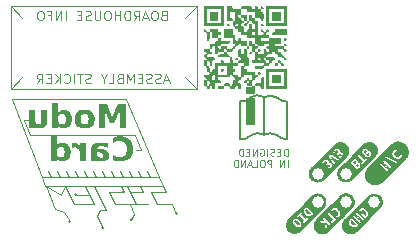
<source format=gbr>
%TF.GenerationSoftware,KiCad,Pcbnew,8.0.7-8.0.7-0~ubuntu22.04.1*%
%TF.CreationDate,2025-02-22T21:48:24+01:00*%
%TF.ProjectId,nav-module,6e61762d-6d6f-4647-956c-652e6b696361,1.0.0*%
%TF.SameCoordinates,Original*%
%TF.FileFunction,Legend,Bot*%
%TF.FilePolarity,Positive*%
%FSLAX46Y46*%
G04 Gerber Fmt 4.6, Leading zero omitted, Abs format (unit mm)*
G04 Created by KiCad (PCBNEW 8.0.7-8.0.7-0~ubuntu22.04.1) date 2025-02-22 21:48:24*
%MOMM*%
%LPD*%
G01*
G04 APERTURE LIST*
G04 Aperture macros list*
%AMRoundRect*
0 Rectangle with rounded corners*
0 $1 Rounding radius*
0 $2 $3 $4 $5 $6 $7 $8 $9 X,Y pos of 4 corners*
0 Add a 4 corners polygon primitive as box body*
4,1,4,$2,$3,$4,$5,$6,$7,$8,$9,$2,$3,0*
0 Add four circle primitives for the rounded corners*
1,1,$1+$1,$2,$3*
1,1,$1+$1,$4,$5*
1,1,$1+$1,$6,$7*
1,1,$1+$1,$8,$9*
0 Add four rect primitives between the rounded corners*
20,1,$1+$1,$2,$3,$4,$5,0*
20,1,$1+$1,$4,$5,$6,$7,0*
20,1,$1+$1,$6,$7,$8,$9,0*
20,1,$1+$1,$8,$9,$2,$3,0*%
G04 Aperture macros list end*
%ADD10C,0.100000*%
%ADD11C,0.200000*%
%ADD12C,0.400000*%
%ADD13C,0.000000*%
%ADD14C,0.120000*%
%ADD15C,1.600000*%
%ADD16RoundRect,0.200100X-0.949900X-0.949900X0.949900X-0.949900X0.949900X0.949900X-0.949900X0.949900X0*%
%ADD17C,2.500000*%
%ADD18C,0.650000*%
%ADD19O,1.000000X2.100000*%
%ADD20O,1.000000X1.800000*%
%ADD21C,2.850000*%
%ADD22RoundRect,0.249999X0.525001X0.525001X-0.525001X0.525001X-0.525001X-0.525001X0.525001X-0.525001X0*%
%ADD23C,1.550000*%
%ADD24C,1.300000*%
%ADD25C,2.286000*%
%ADD26C,1.000000*%
G04 APERTURE END LIST*
D10*
X71303167Y29202242D02*
X70033167Y29202242D01*
X72061119Y26809598D02*
G75*
G02*
X71873977Y26809598I-93571J0D01*
G01*
X71873977Y26809598D02*
G75*
G02*
X72061119Y26809598I93571J0D01*
G01*
X66350167Y29710242D02*
X65969167Y28948242D01*
X64699167Y29690143D02*
X65459887Y27700391D01*
X61853250Y37048000D02*
X64393250Y30444000D01*
X71049167Y29710242D02*
X71303167Y29202242D01*
X68001167Y29710242D02*
X68763167Y28186242D01*
X70541167Y28186242D02*
X71811167Y28186242D01*
X74932033Y29195132D02*
X73589167Y29202242D01*
D11*
X82075151Y37187942D02*
G75*
G02*
X81171969Y36832320I-880051J910359D01*
G01*
D10*
X74097835Y28184833D02*
X75369629Y28186883D01*
X74666777Y29710118D02*
X74932033Y29195132D01*
X71396738Y29202242D02*
G75*
G02*
X71209596Y29202242I-93571J0D01*
G01*
X71209596Y29202242D02*
G75*
G02*
X71396738Y29202242I93571J0D01*
G01*
X68382167Y28948242D02*
X67265880Y28948242D01*
X64689878Y29708719D02*
X74666777Y29710118D01*
X75877629Y27331312D02*
G75*
G02*
X75690487Y27331312I-93571J0D01*
G01*
X75690487Y27331312D02*
G75*
G02*
X75877629Y27331312I93571J0D01*
G01*
X68763167Y29710242D02*
X69525167Y28186242D01*
X76500000Y43900000D02*
X77500000Y44900000D01*
X63440750Y34000000D02*
X71759250Y34000000D01*
X69473250Y30444000D02*
X70743250Y30444000D01*
X73589167Y29202242D02*
X74097835Y28184833D01*
D11*
X82094552Y33978123D02*
G75*
G02*
X83198255Y34011195I578348J-867722D01*
G01*
D10*
X72225596Y27330671D02*
X71811167Y28186242D01*
D11*
X83183110Y34011973D02*
G75*
G02*
X84286836Y33978922I525390J-900572D01*
G01*
X83183110Y34011973D02*
X83200000Y37200000D01*
X82064629Y37187755D02*
G75*
G02*
X83168346Y37220853I578371J-867554D01*
G01*
D10*
X69727250Y30444000D02*
X69473250Y30952000D01*
D11*
X85164310Y33630974D02*
X85174936Y36814437D01*
D10*
X61739026Y44893061D02*
X77539025Y44893061D01*
X77539025Y37893061D01*
X61739026Y37893061D01*
X61739026Y44893061D01*
X72775250Y30444000D02*
X72394250Y30444000D01*
X69271167Y27678242D02*
X69017167Y27170242D01*
X72816119Y32723950D02*
X72321028Y32726149D01*
X73537250Y30444000D02*
X73283250Y30952000D01*
X62739026Y43893061D02*
X61739026Y44893061D01*
X68203250Y30444000D02*
X67949250Y30952000D01*
X72013250Y30444000D02*
X71759250Y30952000D01*
X72319167Y28186242D02*
X73335167Y28186242D01*
X72775250Y30444000D02*
X74045250Y30444000D01*
D11*
X85174936Y36814437D02*
G75*
G02*
X84276333Y37173534I-10436J1277764D01*
G01*
D10*
X75784058Y27331312D02*
X75369629Y28186883D01*
X68763167Y28186242D02*
X67112167Y28186242D01*
D11*
X82106113Y33977235D02*
G75*
G02*
X81159419Y33622738I-880913J911166D01*
G01*
D10*
X72221548Y27317598D02*
X71967548Y26809598D01*
D11*
X83200000Y37200000D02*
G75*
G02*
X84276321Y37173528I516700J-885799D01*
G01*
D10*
X65155250Y30444000D02*
X64901250Y30952000D01*
X74299250Y30444000D02*
X74666777Y29710118D01*
X62857663Y35281587D02*
X63352754Y35279388D01*
X65917250Y30444000D02*
X65663250Y30952000D01*
X65459887Y27700391D02*
X66221887Y27446391D01*
X64689878Y29708719D02*
X64393250Y30444000D01*
X62739585Y38893620D02*
X61739026Y37893061D01*
X67695250Y30444000D02*
X66425250Y30444000D01*
X72954167Y29202242D02*
X71811167Y29202242D01*
X71251250Y30444000D02*
X70997250Y30952000D01*
X65969167Y28948242D02*
X64699167Y29690143D01*
X69219250Y30444000D02*
X67695250Y30444000D01*
X76500000Y38900000D02*
X77500000Y37900000D01*
X69618738Y26154242D02*
G75*
G02*
X69431596Y26154242I-93571J0D01*
G01*
X69431596Y26154242D02*
G75*
G02*
X69618738Y26154242I93571J0D01*
G01*
D11*
X81159418Y33622126D02*
X81171970Y36832352D01*
D10*
X66823458Y26684391D02*
G75*
G02*
X66636316Y26684391I-93571J0D01*
G01*
X66636316Y26684391D02*
G75*
G02*
X66823458Y26684391I93571J0D01*
G01*
X72775250Y30444000D02*
X72521250Y30952000D01*
X72700167Y29710242D02*
X72954167Y29202242D01*
X70033167Y29202242D02*
X70539373Y28184192D01*
X70489250Y30444000D02*
X70235250Y30952000D01*
X69525167Y28186242D02*
X69779167Y27678242D01*
X74299250Y30444000D02*
X71505250Y37048000D01*
X69473250Y30444000D02*
X69219250Y30444000D01*
X69779167Y27678242D02*
X69271167Y27678242D01*
X67359451Y28948242D02*
G75*
G02*
X67172309Y28948242I-93571J0D01*
G01*
X67172309Y28948242D02*
G75*
G02*
X67359451Y28948242I93571J0D01*
G01*
X69017167Y27170242D02*
X69525167Y26154242D01*
X68965250Y30444000D02*
X68711250Y30952000D01*
X66679250Y30444000D02*
X66425250Y30952000D01*
X67441250Y30444000D02*
X67187250Y30952000D01*
X71811167Y28186242D02*
X72319167Y28186242D01*
X71811167Y29202242D02*
X72317373Y28184192D01*
X66221887Y27446391D02*
X66729887Y26684391D01*
X71505250Y37048000D02*
X61853250Y37048000D01*
X62857663Y35281587D02*
X63377250Y34000000D01*
X71557167Y29710242D02*
X71811167Y29202242D01*
X72816119Y32723950D02*
X72296532Y34005537D01*
X66350167Y29710242D02*
X67112167Y28186242D01*
X71759250Y34000000D02*
X72296532Y34005537D01*
D11*
X85164310Y33630974D02*
G75*
G02*
X84281633Y33984602I-8010J1258427D01*
G01*
D10*
X64393250Y30444000D02*
X74299250Y30444000D01*
D11*
G36*
X70382183Y31918214D02*
G01*
X70474404Y31875386D01*
X70569105Y31839713D01*
X70666287Y31811196D01*
X70686021Y31806351D01*
X70786018Y31786516D01*
X70888781Y31774027D01*
X70994311Y31768884D01*
X71015749Y31768737D01*
X71140527Y31773210D01*
X71258649Y31786628D01*
X71370115Y31808992D01*
X71474926Y31840301D01*
X71573081Y31880555D01*
X71664580Y31929755D01*
X71749424Y31987900D01*
X71827612Y32054990D01*
X71897794Y32129736D01*
X71958618Y32210847D01*
X72010085Y32298325D01*
X72052194Y32392167D01*
X72084945Y32492376D01*
X72108339Y32598949D01*
X72122375Y32711889D01*
X72127054Y32831194D01*
X72122375Y32950728D01*
X72108339Y33063866D01*
X72084945Y33170607D01*
X72052194Y33270953D01*
X72010085Y33364903D01*
X71958618Y33452456D01*
X71897794Y33533613D01*
X71827612Y33608375D01*
X71749424Y33675465D01*
X71664580Y33733610D01*
X71573081Y33782810D01*
X71474926Y33823064D01*
X71370115Y33854373D01*
X71258649Y33876736D01*
X71140527Y33890154D01*
X71015749Y33894627D01*
X70909666Y33890954D01*
X70806349Y33879934D01*
X70705799Y33861569D01*
X70686021Y33857014D01*
X70588343Y33829928D01*
X70493146Y33795686D01*
X70400429Y33754289D01*
X70382183Y33745151D01*
X70382183Y33331892D01*
X70473698Y33387543D01*
X70564449Y33432985D01*
X70663394Y33471181D01*
X70672344Y33474041D01*
X70772254Y33499905D01*
X70875859Y33515034D01*
X70973251Y33519470D01*
X71075072Y33513030D01*
X71183140Y33489238D01*
X71279661Y33447915D01*
X71364635Y33389060D01*
X71418261Y33336288D01*
X71481453Y33249507D01*
X71529125Y33149450D01*
X71557632Y33053119D01*
X71574737Y32947034D01*
X71580439Y32831194D01*
X71574737Y32715686D01*
X71557632Y32609864D01*
X71529125Y32513728D01*
X71481453Y32413810D01*
X71418261Y32327077D01*
X71341535Y32255700D01*
X71253262Y32201854D01*
X71153442Y32165540D01*
X71042074Y32146757D01*
X70973251Y32143894D01*
X70866288Y32149205D01*
X70763019Y32165136D01*
X70672344Y32188835D01*
X70573483Y32226186D01*
X70482807Y32270760D01*
X70391369Y32325448D01*
X70382183Y32331473D01*
X70382183Y31918214D01*
G37*
G36*
X69342077Y33363092D02*
G01*
X69441673Y33360888D01*
X69541364Y33355535D01*
X69641150Y33347035D01*
X69661050Y33345022D01*
X69760379Y33333182D01*
X69859421Y33318384D01*
X69958178Y33300629D01*
X69958178Y32925472D01*
X69898613Y32954781D01*
X69804801Y32991417D01*
X69705631Y33019261D01*
X69618304Y33035747D01*
X69517286Y33046830D01*
X69411074Y33050524D01*
X69330734Y33048046D01*
X69224417Y33034141D01*
X69124333Y32998744D01*
X69055090Y32932066D01*
X69032009Y32835590D01*
X69032009Y32800419D01*
X69322169Y32800419D01*
X69394953Y32799299D01*
X69507977Y32792451D01*
X69610650Y32779378D01*
X69720193Y32755472D01*
X69814829Y32722603D01*
X69906398Y32672924D01*
X69928935Y32656480D01*
X70004544Y32579330D01*
X70056888Y32483984D01*
X70083605Y32385629D01*
X70092511Y32273343D01*
X70083199Y32166670D01*
X70055264Y32070377D01*
X70008705Y31984465D01*
X69943523Y31908933D01*
X69934123Y31900308D01*
X69852569Y31841163D01*
X69759718Y31799542D01*
X69655572Y31775446D01*
X69555177Y31768737D01*
X69449857Y31775273D01*
X69346016Y31797559D01*
X69254758Y31835660D01*
X69172458Y31891414D01*
X69096161Y31965985D01*
X69032009Y32050105D01*
X69032009Y31800000D01*
X68536196Y31800000D01*
X68536196Y32457991D01*
X69032009Y32457991D01*
X69039505Y32371330D01*
X69069027Y32277060D01*
X69126775Y32188835D01*
X69170339Y32146961D01*
X69262406Y32096481D01*
X69360271Y32081368D01*
X69442701Y32090801D01*
X69534172Y32138521D01*
X69576915Y32196851D01*
X69596698Y32296302D01*
X69581832Y32382188D01*
X69519029Y32462387D01*
X69487224Y32481644D01*
X69392175Y32511083D01*
X69287487Y32519051D01*
X69032009Y32519051D01*
X69032009Y32457991D01*
X68536196Y32457991D01*
X68536196Y32697349D01*
X68536377Y32719200D01*
X68542704Y32822703D01*
X68562231Y32934249D01*
X68594774Y33031988D01*
X68649194Y33128566D01*
X68721332Y33206351D01*
X68798715Y33259640D01*
X68892378Y33301903D01*
X69002322Y33333141D01*
X69106378Y33350751D01*
X69221740Y33360705D01*
X69322169Y33363155D01*
X69342077Y33363092D01*
G37*
G36*
X66944709Y32894208D02*
G01*
X67037147Y32931271D01*
X67073181Y32941103D01*
X67173466Y32955987D01*
X67201653Y32956735D01*
X67301387Y32947229D01*
X67396069Y32914371D01*
X67480605Y32851119D01*
X67493767Y32836567D01*
X67547606Y32751349D01*
X67579011Y32657360D01*
X67593368Y32560059D01*
X67595861Y32492673D01*
X67595861Y31800000D01*
X68087766Y31800000D01*
X68087766Y33331892D01*
X67595861Y33331892D01*
X67595861Y33081787D01*
X67533913Y33165650D01*
X67459489Y33240048D01*
X67378485Y33295744D01*
X67288082Y33334123D01*
X67186136Y33356572D01*
X67083439Y33363155D01*
X67029706Y33361201D01*
X66946175Y33353873D01*
X66944709Y32894208D01*
G37*
G36*
X65661457Y33113050D02*
G01*
X65720310Y33179944D01*
X65796860Y33247116D01*
X65886161Y33302094D01*
X65966627Y33334294D01*
X66063295Y33355940D01*
X66168506Y33363155D01*
X66186175Y33362937D01*
X66288024Y33352472D01*
X66382729Y33326312D01*
X66484189Y33275952D01*
X66563416Y33215783D01*
X66635498Y33139917D01*
X66678317Y33082222D01*
X66731840Y32988152D01*
X66772518Y32885049D01*
X66800350Y32772913D01*
X66813731Y32672566D01*
X66818192Y32565946D01*
X66816586Y32501217D01*
X66806773Y32398334D01*
X66783223Y32283124D01*
X66746827Y32176913D01*
X66697585Y32079701D01*
X66635498Y31991487D01*
X66623980Y31977783D01*
X66550707Y31904693D01*
X66470291Y31847265D01*
X66367441Y31800062D01*
X66271546Y31776568D01*
X66168506Y31768737D01*
X66081158Y31773490D01*
X65982690Y31792208D01*
X65885672Y31828821D01*
X65803860Y31878603D01*
X65727012Y31944663D01*
X65661457Y32018842D01*
X65661457Y31800000D01*
X65167110Y31800000D01*
X65167110Y32565946D01*
X65661457Y32565946D01*
X65662187Y32525378D01*
X65671270Y32426223D01*
X65697221Y32320741D01*
X65744500Y32228402D01*
X65797162Y32172439D01*
X65885891Y32126311D01*
X65985812Y32112631D01*
X66059604Y32119867D01*
X66153004Y32157854D01*
X66225658Y32228402D01*
X66249582Y32267298D01*
X66285264Y32360472D01*
X66303511Y32461868D01*
X66308701Y32565946D01*
X66307971Y32606509D01*
X66298888Y32705611D01*
X66272938Y32810941D01*
X66225658Y32903001D01*
X66173112Y32959201D01*
X66084899Y33005523D01*
X65985812Y33019261D01*
X65911379Y33011995D01*
X65817361Y32973847D01*
X65744500Y32903001D01*
X65720577Y32864247D01*
X65684894Y32771282D01*
X65666648Y32669994D01*
X65661457Y32565946D01*
X65167110Y32565946D01*
X65167110Y33925890D01*
X65661457Y33925890D01*
X65661457Y33113050D01*
G37*
D10*
X75120855Y38624738D02*
X74739902Y38624738D01*
X75197045Y38396166D02*
X74930378Y39196166D01*
X74930378Y39196166D02*
X74663712Y38396166D01*
X74435141Y38434261D02*
X74320855Y38396166D01*
X74320855Y38396166D02*
X74130379Y38396166D01*
X74130379Y38396166D02*
X74054188Y38434261D01*
X74054188Y38434261D02*
X74016093Y38472357D01*
X74016093Y38472357D02*
X73977998Y38548547D01*
X73977998Y38548547D02*
X73977998Y38624738D01*
X73977998Y38624738D02*
X74016093Y38700928D01*
X74016093Y38700928D02*
X74054188Y38739023D01*
X74054188Y38739023D02*
X74130379Y38777119D01*
X74130379Y38777119D02*
X74282760Y38815214D01*
X74282760Y38815214D02*
X74358950Y38853309D01*
X74358950Y38853309D02*
X74397045Y38891404D01*
X74397045Y38891404D02*
X74435141Y38967595D01*
X74435141Y38967595D02*
X74435141Y39043785D01*
X74435141Y39043785D02*
X74397045Y39119976D01*
X74397045Y39119976D02*
X74358950Y39158071D01*
X74358950Y39158071D02*
X74282760Y39196166D01*
X74282760Y39196166D02*
X74092283Y39196166D01*
X74092283Y39196166D02*
X73977998Y39158071D01*
X73673236Y38434261D02*
X73558950Y38396166D01*
X73558950Y38396166D02*
X73368474Y38396166D01*
X73368474Y38396166D02*
X73292283Y38434261D01*
X73292283Y38434261D02*
X73254188Y38472357D01*
X73254188Y38472357D02*
X73216093Y38548547D01*
X73216093Y38548547D02*
X73216093Y38624738D01*
X73216093Y38624738D02*
X73254188Y38700928D01*
X73254188Y38700928D02*
X73292283Y38739023D01*
X73292283Y38739023D02*
X73368474Y38777119D01*
X73368474Y38777119D02*
X73520855Y38815214D01*
X73520855Y38815214D02*
X73597045Y38853309D01*
X73597045Y38853309D02*
X73635140Y38891404D01*
X73635140Y38891404D02*
X73673236Y38967595D01*
X73673236Y38967595D02*
X73673236Y39043785D01*
X73673236Y39043785D02*
X73635140Y39119976D01*
X73635140Y39119976D02*
X73597045Y39158071D01*
X73597045Y39158071D02*
X73520855Y39196166D01*
X73520855Y39196166D02*
X73330378Y39196166D01*
X73330378Y39196166D02*
X73216093Y39158071D01*
X72873235Y38815214D02*
X72606569Y38815214D01*
X72492283Y38396166D02*
X72873235Y38396166D01*
X72873235Y38396166D02*
X72873235Y39196166D01*
X72873235Y39196166D02*
X72492283Y39196166D01*
X72149425Y38396166D02*
X72149425Y39196166D01*
X72149425Y39196166D02*
X71882759Y38624738D01*
X71882759Y38624738D02*
X71616092Y39196166D01*
X71616092Y39196166D02*
X71616092Y38396166D01*
X70968473Y38815214D02*
X70854187Y38777119D01*
X70854187Y38777119D02*
X70816092Y38739023D01*
X70816092Y38739023D02*
X70777996Y38662833D01*
X70777996Y38662833D02*
X70777996Y38548547D01*
X70777996Y38548547D02*
X70816092Y38472357D01*
X70816092Y38472357D02*
X70854187Y38434261D01*
X70854187Y38434261D02*
X70930377Y38396166D01*
X70930377Y38396166D02*
X71235139Y38396166D01*
X71235139Y38396166D02*
X71235139Y39196166D01*
X71235139Y39196166D02*
X70968473Y39196166D01*
X70968473Y39196166D02*
X70892282Y39158071D01*
X70892282Y39158071D02*
X70854187Y39119976D01*
X70854187Y39119976D02*
X70816092Y39043785D01*
X70816092Y39043785D02*
X70816092Y38967595D01*
X70816092Y38967595D02*
X70854187Y38891404D01*
X70854187Y38891404D02*
X70892282Y38853309D01*
X70892282Y38853309D02*
X70968473Y38815214D01*
X70968473Y38815214D02*
X71235139Y38815214D01*
X70054187Y38396166D02*
X70435139Y38396166D01*
X70435139Y38396166D02*
X70435139Y39196166D01*
X69635139Y38777119D02*
X69635139Y38396166D01*
X69901806Y39196166D02*
X69635139Y38777119D01*
X69635139Y38777119D02*
X69368473Y39196166D01*
X68530378Y38434261D02*
X68416092Y38396166D01*
X68416092Y38396166D02*
X68225616Y38396166D01*
X68225616Y38396166D02*
X68149425Y38434261D01*
X68149425Y38434261D02*
X68111330Y38472357D01*
X68111330Y38472357D02*
X68073235Y38548547D01*
X68073235Y38548547D02*
X68073235Y38624738D01*
X68073235Y38624738D02*
X68111330Y38700928D01*
X68111330Y38700928D02*
X68149425Y38739023D01*
X68149425Y38739023D02*
X68225616Y38777119D01*
X68225616Y38777119D02*
X68377997Y38815214D01*
X68377997Y38815214D02*
X68454187Y38853309D01*
X68454187Y38853309D02*
X68492282Y38891404D01*
X68492282Y38891404D02*
X68530378Y38967595D01*
X68530378Y38967595D02*
X68530378Y39043785D01*
X68530378Y39043785D02*
X68492282Y39119976D01*
X68492282Y39119976D02*
X68454187Y39158071D01*
X68454187Y39158071D02*
X68377997Y39196166D01*
X68377997Y39196166D02*
X68187520Y39196166D01*
X68187520Y39196166D02*
X68073235Y39158071D01*
X67844663Y39196166D02*
X67387520Y39196166D01*
X67616092Y38396166D02*
X67616092Y39196166D01*
X67120853Y38396166D02*
X67120853Y39196166D01*
X66282758Y38472357D02*
X66320854Y38434261D01*
X66320854Y38434261D02*
X66435139Y38396166D01*
X66435139Y38396166D02*
X66511330Y38396166D01*
X66511330Y38396166D02*
X66625616Y38434261D01*
X66625616Y38434261D02*
X66701806Y38510452D01*
X66701806Y38510452D02*
X66739901Y38586642D01*
X66739901Y38586642D02*
X66777997Y38739023D01*
X66777997Y38739023D02*
X66777997Y38853309D01*
X66777997Y38853309D02*
X66739901Y39005690D01*
X66739901Y39005690D02*
X66701806Y39081881D01*
X66701806Y39081881D02*
X66625616Y39158071D01*
X66625616Y39158071D02*
X66511330Y39196166D01*
X66511330Y39196166D02*
X66435139Y39196166D01*
X66435139Y39196166D02*
X66320854Y39158071D01*
X66320854Y39158071D02*
X66282758Y39119976D01*
X65939901Y38396166D02*
X65939901Y39196166D01*
X65482758Y38396166D02*
X65825616Y38853309D01*
X65482758Y39196166D02*
X65939901Y38739023D01*
X65139901Y38815214D02*
X64873235Y38815214D01*
X64758949Y38396166D02*
X65139901Y38396166D01*
X65139901Y38396166D02*
X65139901Y39196166D01*
X65139901Y39196166D02*
X64758949Y39196166D01*
X63958948Y38396166D02*
X64225615Y38777119D01*
X64416091Y38396166D02*
X64416091Y39196166D01*
X64416091Y39196166D02*
X64111329Y39196166D01*
X64111329Y39196166D02*
X64035139Y39158071D01*
X64035139Y39158071D02*
X63997044Y39119976D01*
X63997044Y39119976D02*
X63958948Y39043785D01*
X63958948Y39043785D02*
X63958948Y38929500D01*
X63958948Y38929500D02*
X63997044Y38853309D01*
X63997044Y38853309D02*
X64035139Y38815214D01*
X64035139Y38815214D02*
X64111329Y38777119D01*
X64111329Y38777119D02*
X64416091Y38777119D01*
D11*
G36*
X71500841Y36657364D02*
G01*
X70827707Y36657364D01*
X70360715Y35559737D01*
X69890792Y36657364D01*
X69219124Y36657364D01*
X69219124Y34594000D01*
X69718845Y34594000D01*
X69718845Y36106352D01*
X70191699Y35000421D01*
X70526800Y35000421D01*
X70999654Y36106352D01*
X70999654Y34594000D01*
X71500841Y34594000D01*
X71500841Y36657364D01*
G37*
G36*
X68124437Y36151991D02*
G01*
X68236148Y36136499D01*
X68339390Y36110679D01*
X68434166Y36074532D01*
X68536719Y36017522D01*
X68627079Y35945640D01*
X68691813Y35875571D01*
X68755011Y35781003D01*
X68802409Y35674998D01*
X68829839Y35577923D01*
X68846297Y35472906D01*
X68851783Y35359946D01*
X68848272Y35268943D01*
X68834008Y35162337D01*
X68808773Y35063674D01*
X68764008Y34955762D01*
X68703443Y34859288D01*
X68627079Y34774252D01*
X68612866Y34761239D01*
X68520473Y34691836D01*
X68434166Y34645360D01*
X68339390Y34609213D01*
X68236148Y34583393D01*
X68124437Y34567901D01*
X68004260Y34562737D01*
X67884400Y34567901D01*
X67773031Y34583393D01*
X67670153Y34609213D01*
X67575766Y34645360D01*
X67473711Y34702370D01*
X67383883Y34774252D01*
X67319571Y34844321D01*
X67256786Y34938889D01*
X67209696Y35044894D01*
X67182446Y35141969D01*
X67166095Y35246986D01*
X67160645Y35359946D01*
X67673067Y35359946D01*
X67673818Y35319636D01*
X67683168Y35221000D01*
X67709882Y35115823D01*
X67758552Y35023379D01*
X67812351Y34966944D01*
X67902717Y34920427D01*
X68004260Y34906631D01*
X68081013Y34913928D01*
X68178054Y34952236D01*
X68253388Y35023379D01*
X68278155Y35062380D01*
X68315097Y35155478D01*
X68333988Y35256479D01*
X68339361Y35359946D01*
X68338606Y35400256D01*
X68329202Y35498892D01*
X68302335Y35604069D01*
X68253388Y35696513D01*
X68198922Y35752949D01*
X68107309Y35799465D01*
X68004260Y35813261D01*
X67928636Y35805964D01*
X67832947Y35767656D01*
X67758552Y35696513D01*
X67733925Y35657513D01*
X67697193Y35564414D01*
X67678409Y35463413D01*
X67673067Y35359946D01*
X67160645Y35359946D01*
X67164133Y35450949D01*
X67178304Y35557555D01*
X67203374Y35656218D01*
X67247848Y35764130D01*
X67308017Y35860604D01*
X67383883Y35945640D01*
X67473711Y36017522D01*
X67575766Y36074532D01*
X67670153Y36110679D01*
X67773031Y36136499D01*
X67884400Y36151991D01*
X68004260Y36157155D01*
X68124437Y36151991D01*
G37*
G36*
X65766995Y35907050D02*
G01*
X65825848Y35973944D01*
X65902398Y36041116D01*
X65991699Y36096094D01*
X66072165Y36128294D01*
X66168833Y36149940D01*
X66274044Y36157155D01*
X66291713Y36156937D01*
X66393562Y36146472D01*
X66488268Y36120312D01*
X66589728Y36069952D01*
X66668954Y36009783D01*
X66741036Y35933917D01*
X66783855Y35876222D01*
X66837378Y35782152D01*
X66878056Y35679049D01*
X66905888Y35566913D01*
X66919269Y35466566D01*
X66923730Y35359946D01*
X66922124Y35295217D01*
X66912311Y35192334D01*
X66888761Y35077124D01*
X66852365Y34970913D01*
X66803123Y34873701D01*
X66741036Y34785487D01*
X66729518Y34771783D01*
X66656246Y34698693D01*
X66575829Y34641265D01*
X66472979Y34594062D01*
X66377084Y34570568D01*
X66274044Y34562737D01*
X66186696Y34567490D01*
X66088228Y34586208D01*
X65991210Y34622821D01*
X65909398Y34672603D01*
X65832550Y34738663D01*
X65766995Y34812842D01*
X65766995Y34594000D01*
X65272648Y34594000D01*
X65272648Y35359946D01*
X65766995Y35359946D01*
X65767725Y35319378D01*
X65776808Y35220223D01*
X65802759Y35114741D01*
X65850038Y35022402D01*
X65902700Y34966439D01*
X65991429Y34920311D01*
X66091350Y34906631D01*
X66165142Y34913867D01*
X66258542Y34951854D01*
X66331196Y35022402D01*
X66355120Y35061298D01*
X66390802Y35154472D01*
X66409049Y35255868D01*
X66414239Y35359946D01*
X66413509Y35400509D01*
X66404426Y35499611D01*
X66378476Y35604941D01*
X66331196Y35697001D01*
X66278650Y35753201D01*
X66190437Y35799523D01*
X66091350Y35813261D01*
X66016917Y35805995D01*
X65922899Y35767847D01*
X65850038Y35697001D01*
X65826115Y35658247D01*
X65790432Y35565282D01*
X65772186Y35463994D01*
X65766995Y35359946D01*
X65272648Y35359946D01*
X65272648Y36719890D01*
X65766995Y36719890D01*
X65766995Y35907050D01*
G37*
G36*
X64827637Y35200211D02*
G01*
X64827637Y36125892D01*
X64332801Y36125892D01*
X64332801Y35974461D01*
X64333008Y35873276D01*
X64333494Y35775417D01*
X64334177Y35676820D01*
X64334267Y35665250D01*
X64335040Y35561046D01*
X64335616Y35461810D01*
X64335732Y35417099D01*
X64334826Y35312885D01*
X64331346Y35214150D01*
X64326451Y35153805D01*
X64304103Y35057634D01*
X64293234Y35036569D01*
X64223095Y34968339D01*
X64214099Y34963296D01*
X64117769Y34938291D01*
X64102236Y34937894D01*
X64004241Y34951632D01*
X63915111Y34997954D01*
X63860436Y35054154D01*
X63810376Y35144819D01*
X63782898Y35245874D01*
X63772852Y35351997D01*
X63772508Y35377532D01*
X63772508Y36125892D01*
X63280603Y36125892D01*
X63280603Y34594000D01*
X63772508Y34594000D01*
X63772508Y34812842D01*
X63843406Y34739130D01*
X63924368Y34673254D01*
X64008447Y34623310D01*
X64105076Y34586398D01*
X64208848Y34566523D01*
X64281999Y34562737D01*
X64392609Y34570545D01*
X64491063Y34593966D01*
X64588699Y34639853D01*
X64670460Y34706135D01*
X64688419Y34725892D01*
X64749327Y34816719D01*
X64788346Y34911371D01*
X64814042Y35020187D01*
X64825462Y35124733D01*
X64827637Y35200211D01*
G37*
D12*
G36*
X82436805Y37161064D02*
G01*
X81698947Y37161064D01*
X81698947Y34863227D01*
X82436805Y34863227D01*
X82436805Y37161064D01*
G37*
G36*
X82436805Y38052062D02*
G01*
X81698947Y38052062D01*
X81698947Y37442432D01*
X82436805Y37442432D01*
X82436805Y38052062D01*
G37*
D10*
X74677068Y44122153D02*
X74562782Y44084058D01*
X74562782Y44084058D02*
X74524687Y44045962D01*
X74524687Y44045962D02*
X74486591Y43969772D01*
X74486591Y43969772D02*
X74486591Y43855486D01*
X74486591Y43855486D02*
X74524687Y43779296D01*
X74524687Y43779296D02*
X74562782Y43741200D01*
X74562782Y43741200D02*
X74638972Y43703105D01*
X74638972Y43703105D02*
X74943734Y43703105D01*
X74943734Y43703105D02*
X74943734Y44503105D01*
X74943734Y44503105D02*
X74677068Y44503105D01*
X74677068Y44503105D02*
X74600877Y44465010D01*
X74600877Y44465010D02*
X74562782Y44426915D01*
X74562782Y44426915D02*
X74524687Y44350724D01*
X74524687Y44350724D02*
X74524687Y44274534D01*
X74524687Y44274534D02*
X74562782Y44198343D01*
X74562782Y44198343D02*
X74600877Y44160248D01*
X74600877Y44160248D02*
X74677068Y44122153D01*
X74677068Y44122153D02*
X74943734Y44122153D01*
X73991353Y44503105D02*
X73838972Y44503105D01*
X73838972Y44503105D02*
X73762782Y44465010D01*
X73762782Y44465010D02*
X73686591Y44388820D01*
X73686591Y44388820D02*
X73648496Y44236439D01*
X73648496Y44236439D02*
X73648496Y43969772D01*
X73648496Y43969772D02*
X73686591Y43817391D01*
X73686591Y43817391D02*
X73762782Y43741200D01*
X73762782Y43741200D02*
X73838972Y43703105D01*
X73838972Y43703105D02*
X73991353Y43703105D01*
X73991353Y43703105D02*
X74067544Y43741200D01*
X74067544Y43741200D02*
X74143734Y43817391D01*
X74143734Y43817391D02*
X74181830Y43969772D01*
X74181830Y43969772D02*
X74181830Y44236439D01*
X74181830Y44236439D02*
X74143734Y44388820D01*
X74143734Y44388820D02*
X74067544Y44465010D01*
X74067544Y44465010D02*
X73991353Y44503105D01*
X73343735Y43931677D02*
X72962782Y43931677D01*
X73419925Y43703105D02*
X73153258Y44503105D01*
X73153258Y44503105D02*
X72886592Y43703105D01*
X72162782Y43703105D02*
X72429449Y44084058D01*
X72619925Y43703105D02*
X72619925Y44503105D01*
X72619925Y44503105D02*
X72315163Y44503105D01*
X72315163Y44503105D02*
X72238973Y44465010D01*
X72238973Y44465010D02*
X72200878Y44426915D01*
X72200878Y44426915D02*
X72162782Y44350724D01*
X72162782Y44350724D02*
X72162782Y44236439D01*
X72162782Y44236439D02*
X72200878Y44160248D01*
X72200878Y44160248D02*
X72238973Y44122153D01*
X72238973Y44122153D02*
X72315163Y44084058D01*
X72315163Y44084058D02*
X72619925Y44084058D01*
X71819925Y43703105D02*
X71819925Y44503105D01*
X71819925Y44503105D02*
X71629449Y44503105D01*
X71629449Y44503105D02*
X71515163Y44465010D01*
X71515163Y44465010D02*
X71438973Y44388820D01*
X71438973Y44388820D02*
X71400878Y44312629D01*
X71400878Y44312629D02*
X71362782Y44160248D01*
X71362782Y44160248D02*
X71362782Y44045962D01*
X71362782Y44045962D02*
X71400878Y43893581D01*
X71400878Y43893581D02*
X71438973Y43817391D01*
X71438973Y43817391D02*
X71515163Y43741200D01*
X71515163Y43741200D02*
X71629449Y43703105D01*
X71629449Y43703105D02*
X71819925Y43703105D01*
X71019925Y43703105D02*
X71019925Y44503105D01*
X71019925Y44122153D02*
X70562782Y44122153D01*
X70562782Y43703105D02*
X70562782Y44503105D01*
X70029449Y44503105D02*
X69877068Y44503105D01*
X69877068Y44503105D02*
X69800878Y44465010D01*
X69800878Y44465010D02*
X69724687Y44388820D01*
X69724687Y44388820D02*
X69686592Y44236439D01*
X69686592Y44236439D02*
X69686592Y43969772D01*
X69686592Y43969772D02*
X69724687Y43817391D01*
X69724687Y43817391D02*
X69800878Y43741200D01*
X69800878Y43741200D02*
X69877068Y43703105D01*
X69877068Y43703105D02*
X70029449Y43703105D01*
X70029449Y43703105D02*
X70105640Y43741200D01*
X70105640Y43741200D02*
X70181830Y43817391D01*
X70181830Y43817391D02*
X70219926Y43969772D01*
X70219926Y43969772D02*
X70219926Y44236439D01*
X70219926Y44236439D02*
X70181830Y44388820D01*
X70181830Y44388820D02*
X70105640Y44465010D01*
X70105640Y44465010D02*
X70029449Y44503105D01*
X69343735Y44503105D02*
X69343735Y43855486D01*
X69343735Y43855486D02*
X69305640Y43779296D01*
X69305640Y43779296D02*
X69267545Y43741200D01*
X69267545Y43741200D02*
X69191354Y43703105D01*
X69191354Y43703105D02*
X69038973Y43703105D01*
X69038973Y43703105D02*
X68962783Y43741200D01*
X68962783Y43741200D02*
X68924688Y43779296D01*
X68924688Y43779296D02*
X68886592Y43855486D01*
X68886592Y43855486D02*
X68886592Y44503105D01*
X68543736Y43741200D02*
X68429450Y43703105D01*
X68429450Y43703105D02*
X68238974Y43703105D01*
X68238974Y43703105D02*
X68162783Y43741200D01*
X68162783Y43741200D02*
X68124688Y43779296D01*
X68124688Y43779296D02*
X68086593Y43855486D01*
X68086593Y43855486D02*
X68086593Y43931677D01*
X68086593Y43931677D02*
X68124688Y44007867D01*
X68124688Y44007867D02*
X68162783Y44045962D01*
X68162783Y44045962D02*
X68238974Y44084058D01*
X68238974Y44084058D02*
X68391355Y44122153D01*
X68391355Y44122153D02*
X68467545Y44160248D01*
X68467545Y44160248D02*
X68505640Y44198343D01*
X68505640Y44198343D02*
X68543736Y44274534D01*
X68543736Y44274534D02*
X68543736Y44350724D01*
X68543736Y44350724D02*
X68505640Y44426915D01*
X68505640Y44426915D02*
X68467545Y44465010D01*
X68467545Y44465010D02*
X68391355Y44503105D01*
X68391355Y44503105D02*
X68200878Y44503105D01*
X68200878Y44503105D02*
X68086593Y44465010D01*
X67743735Y44122153D02*
X67477069Y44122153D01*
X67362783Y43703105D02*
X67743735Y43703105D01*
X67743735Y43703105D02*
X67743735Y44503105D01*
X67743735Y44503105D02*
X67362783Y44503105D01*
X66410401Y43703105D02*
X66410401Y44503105D01*
X66029449Y43703105D02*
X66029449Y44503105D01*
X66029449Y44503105D02*
X65572306Y43703105D01*
X65572306Y43703105D02*
X65572306Y44503105D01*
X64924688Y44122153D02*
X65191354Y44122153D01*
X65191354Y43703105D02*
X65191354Y44503105D01*
X65191354Y44503105D02*
X64810402Y44503105D01*
X64353259Y44503105D02*
X64200878Y44503105D01*
X64200878Y44503105D02*
X64124688Y44465010D01*
X64124688Y44465010D02*
X64048497Y44388820D01*
X64048497Y44388820D02*
X64010402Y44236439D01*
X64010402Y44236439D02*
X64010402Y43969772D01*
X64010402Y43969772D02*
X64048497Y43817391D01*
X64048497Y43817391D02*
X64124688Y43741200D01*
X64124688Y43741200D02*
X64200878Y43703105D01*
X64200878Y43703105D02*
X64353259Y43703105D01*
X64353259Y43703105D02*
X64429450Y43741200D01*
X64429450Y43741200D02*
X64505640Y43817391D01*
X64505640Y43817391D02*
X64543736Y43969772D01*
X64543736Y43969772D02*
X64543736Y44236439D01*
X64543736Y44236439D02*
X64505640Y44388820D01*
X64505640Y44388820D02*
X64429450Y44465010D01*
X64429450Y44465010D02*
X64353259Y44503105D01*
X85191353Y32244595D02*
X85191353Y32844595D01*
X85191353Y32844595D02*
X85048496Y32844595D01*
X85048496Y32844595D02*
X84962782Y32816024D01*
X84962782Y32816024D02*
X84905639Y32758881D01*
X84905639Y32758881D02*
X84877068Y32701738D01*
X84877068Y32701738D02*
X84848496Y32587452D01*
X84848496Y32587452D02*
X84848496Y32501738D01*
X84848496Y32501738D02*
X84877068Y32387452D01*
X84877068Y32387452D02*
X84905639Y32330309D01*
X84905639Y32330309D02*
X84962782Y32273166D01*
X84962782Y32273166D02*
X85048496Y32244595D01*
X85048496Y32244595D02*
X85191353Y32244595D01*
X84591353Y32558881D02*
X84391353Y32558881D01*
X84305639Y32244595D02*
X84591353Y32244595D01*
X84591353Y32244595D02*
X84591353Y32844595D01*
X84591353Y32844595D02*
X84305639Y32844595D01*
X84077068Y32273166D02*
X83991354Y32244595D01*
X83991354Y32244595D02*
X83848496Y32244595D01*
X83848496Y32244595D02*
X83791354Y32273166D01*
X83791354Y32273166D02*
X83762782Y32301738D01*
X83762782Y32301738D02*
X83734211Y32358881D01*
X83734211Y32358881D02*
X83734211Y32416024D01*
X83734211Y32416024D02*
X83762782Y32473166D01*
X83762782Y32473166D02*
X83791354Y32501738D01*
X83791354Y32501738D02*
X83848496Y32530309D01*
X83848496Y32530309D02*
X83962782Y32558881D01*
X83962782Y32558881D02*
X84019925Y32587452D01*
X84019925Y32587452D02*
X84048496Y32616024D01*
X84048496Y32616024D02*
X84077068Y32673166D01*
X84077068Y32673166D02*
X84077068Y32730309D01*
X84077068Y32730309D02*
X84048496Y32787452D01*
X84048496Y32787452D02*
X84019925Y32816024D01*
X84019925Y32816024D02*
X83962782Y32844595D01*
X83962782Y32844595D02*
X83819925Y32844595D01*
X83819925Y32844595D02*
X83734211Y32816024D01*
X83477067Y32244595D02*
X83477067Y32844595D01*
X82877068Y32816024D02*
X82934211Y32844595D01*
X82934211Y32844595D02*
X83019925Y32844595D01*
X83019925Y32844595D02*
X83105639Y32816024D01*
X83105639Y32816024D02*
X83162782Y32758881D01*
X83162782Y32758881D02*
X83191353Y32701738D01*
X83191353Y32701738D02*
X83219925Y32587452D01*
X83219925Y32587452D02*
X83219925Y32501738D01*
X83219925Y32501738D02*
X83191353Y32387452D01*
X83191353Y32387452D02*
X83162782Y32330309D01*
X83162782Y32330309D02*
X83105639Y32273166D01*
X83105639Y32273166D02*
X83019925Y32244595D01*
X83019925Y32244595D02*
X82962782Y32244595D01*
X82962782Y32244595D02*
X82877068Y32273166D01*
X82877068Y32273166D02*
X82848496Y32301738D01*
X82848496Y32301738D02*
X82848496Y32501738D01*
X82848496Y32501738D02*
X82962782Y32501738D01*
X82591353Y32244595D02*
X82591353Y32844595D01*
X82591353Y32844595D02*
X82248496Y32244595D01*
X82248496Y32244595D02*
X82248496Y32844595D01*
X81962782Y32558881D02*
X81762782Y32558881D01*
X81677068Y32244595D02*
X81962782Y32244595D01*
X81962782Y32244595D02*
X81962782Y32844595D01*
X81962782Y32844595D02*
X81677068Y32844595D01*
X81419925Y32244595D02*
X81419925Y32844595D01*
X81419925Y32844595D02*
X81277068Y32844595D01*
X81277068Y32844595D02*
X81191354Y32816024D01*
X81191354Y32816024D02*
X81134211Y32758881D01*
X81134211Y32758881D02*
X81105640Y32701738D01*
X81105640Y32701738D02*
X81077068Y32587452D01*
X81077068Y32587452D02*
X81077068Y32501738D01*
X81077068Y32501738D02*
X81105640Y32387452D01*
X81105640Y32387452D02*
X81134211Y32330309D01*
X81134211Y32330309D02*
X81191354Y32273166D01*
X81191354Y32273166D02*
X81277068Y32244595D01*
X81277068Y32244595D02*
X81419925Y32244595D01*
X85191353Y31278629D02*
X85191353Y31878629D01*
X84905639Y31278629D02*
X84905639Y31878629D01*
X84905639Y31878629D02*
X84562782Y31278629D01*
X84562782Y31278629D02*
X84562782Y31878629D01*
X83819925Y31278629D02*
X83819925Y31878629D01*
X83819925Y31878629D02*
X83591354Y31878629D01*
X83591354Y31878629D02*
X83534211Y31850058D01*
X83534211Y31850058D02*
X83505640Y31821486D01*
X83505640Y31821486D02*
X83477068Y31764343D01*
X83477068Y31764343D02*
X83477068Y31678629D01*
X83477068Y31678629D02*
X83505640Y31621486D01*
X83505640Y31621486D02*
X83534211Y31592915D01*
X83534211Y31592915D02*
X83591354Y31564343D01*
X83591354Y31564343D02*
X83819925Y31564343D01*
X83105640Y31878629D02*
X82991354Y31878629D01*
X82991354Y31878629D02*
X82934211Y31850058D01*
X82934211Y31850058D02*
X82877068Y31792915D01*
X82877068Y31792915D02*
X82848497Y31678629D01*
X82848497Y31678629D02*
X82848497Y31478629D01*
X82848497Y31478629D02*
X82877068Y31364343D01*
X82877068Y31364343D02*
X82934211Y31307200D01*
X82934211Y31307200D02*
X82991354Y31278629D01*
X82991354Y31278629D02*
X83105640Y31278629D01*
X83105640Y31278629D02*
X83162783Y31307200D01*
X83162783Y31307200D02*
X83219925Y31364343D01*
X83219925Y31364343D02*
X83248497Y31478629D01*
X83248497Y31478629D02*
X83248497Y31678629D01*
X83248497Y31678629D02*
X83219925Y31792915D01*
X83219925Y31792915D02*
X83162783Y31850058D01*
X83162783Y31850058D02*
X83105640Y31878629D01*
X82305640Y31278629D02*
X82591354Y31278629D01*
X82591354Y31278629D02*
X82591354Y31878629D01*
X82134212Y31450058D02*
X81848498Y31450058D01*
X82191355Y31278629D02*
X81991355Y31878629D01*
X81991355Y31878629D02*
X81791355Y31278629D01*
X81591354Y31278629D02*
X81591354Y31878629D01*
X81591354Y31878629D02*
X81248497Y31278629D01*
X81248497Y31278629D02*
X81248497Y31878629D01*
X80962783Y31278629D02*
X80962783Y31878629D01*
X80962783Y31878629D02*
X80819926Y31878629D01*
X80819926Y31878629D02*
X80734212Y31850058D01*
X80734212Y31850058D02*
X80677069Y31792915D01*
X80677069Y31792915D02*
X80648498Y31735772D01*
X80648498Y31735772D02*
X80619926Y31621486D01*
X80619926Y31621486D02*
X80619926Y31535772D01*
X80619926Y31535772D02*
X80648498Y31421486D01*
X80648498Y31421486D02*
X80677069Y31364343D01*
X80677069Y31364343D02*
X80734212Y31307200D01*
X80734212Y31307200D02*
X80819926Y31278629D01*
X80819926Y31278629D02*
X80962783Y31278629D01*
D13*
%TO.C,kibuzzard-67B624A4*%
G36*
X90915355Y31801501D02*
G01*
X90965161Y31769973D01*
X90998060Y31684983D01*
X90945969Y31597251D01*
X90885654Y31536936D01*
X90732124Y31690466D01*
X90755428Y31719252D01*
X90782387Y31748040D01*
X90823054Y31782309D01*
X90867377Y31802872D01*
X90915355Y31801501D01*
G37*
G36*
X91179920Y31504037D02*
G01*
X91205965Y31465198D01*
X91207793Y31428642D01*
X91191344Y31393915D01*
X91163470Y31361473D01*
X91136055Y31335885D01*
X91108638Y31313952D01*
X90978869Y31443721D01*
X91022735Y31487587D01*
X91106354Y31533737D01*
X91179920Y31504037D01*
G37*
G36*
X91825112Y32700292D02*
G01*
X91877609Y32674704D01*
X91935182Y32633275D01*
X91997834Y32576006D01*
X92054595Y32513862D01*
X92095719Y32456594D01*
X92121206Y32404199D01*
X92129431Y32336343D01*
X92101101Y32282653D01*
X92047982Y32254894D01*
X91980013Y32263006D01*
X91927364Y32288239D01*
X91869943Y32329210D01*
X91807748Y32385921D01*
X91750530Y32448623D01*
X91729693Y32477765D01*
X91832880Y32477765D01*
X91861667Y32421562D01*
X91918327Y32392318D01*
X91974073Y32411509D01*
X91991894Y32465884D01*
X91963106Y32523002D01*
X91906447Y32551331D01*
X91852529Y32533054D01*
X91832880Y32477765D01*
X91729693Y32477765D01*
X91709254Y32506349D01*
X91683919Y32559099D01*
X91675809Y32627068D01*
X91703568Y32680187D01*
X91704764Y32680819D01*
X91757257Y32708517D01*
X91825112Y32700292D01*
G37*
G36*
X92171022Y33415419D02*
G01*
X92242910Y33404755D01*
X92313405Y33387097D01*
X92381831Y33362614D01*
X92447528Y33331542D01*
X92509862Y33294179D01*
X92568235Y33250888D01*
X92622083Y33202083D01*
X92670888Y33148235D01*
X92714179Y33089862D01*
X92751542Y33027528D01*
X92782614Y32961831D01*
X92807097Y32893405D01*
X92824755Y32822910D01*
X92835419Y32751022D01*
X92838984Y32678436D01*
X92835419Y32605849D01*
X92824755Y32533962D01*
X92807097Y32463465D01*
X92782614Y32395040D01*
X92751542Y32329344D01*
X92714180Y32267009D01*
X92670887Y32208636D01*
X92622083Y32154789D01*
X92622007Y32154712D01*
X91332536Y30865241D01*
X90685211Y30217917D01*
X90631364Y30169113D01*
X90572991Y30125820D01*
X90510656Y30088458D01*
X90444960Y30057386D01*
X90376535Y30032903D01*
X90306038Y30015245D01*
X90234151Y30004581D01*
X90161564Y30001016D01*
X90088978Y30004581D01*
X90017090Y30015245D01*
X89946595Y30032903D01*
X89878169Y30057386D01*
X89812472Y30088458D01*
X89750138Y30125821D01*
X89691765Y30169112D01*
X89637917Y30217917D01*
X89589112Y30271765D01*
X89545821Y30330138D01*
X89508458Y30392472D01*
X89477386Y30458169D01*
X89452903Y30526595D01*
X89435245Y30597090D01*
X89424581Y30668978D01*
X89421016Y30741564D01*
X89424581Y30814151D01*
X89435245Y30886038D01*
X89452903Y30956535D01*
X89477386Y31024960D01*
X89508458Y31090656D01*
X89545820Y31152991D01*
X89589113Y31211364D01*
X89637917Y31265211D01*
X90035755Y31663050D01*
X90534728Y31663050D01*
X91083964Y31113814D01*
X91163928Y31174587D01*
X91243892Y31246325D01*
X91298609Y31307668D01*
X91334821Y31363757D01*
X91363151Y31461542D01*
X91346245Y31540591D01*
X91301465Y31601821D01*
X91258627Y31634835D01*
X91210535Y31653454D01*
X91108638Y31650255D01*
X91132285Y31723250D01*
X91130114Y31785052D01*
X91108981Y31837028D01*
X91075739Y31880551D01*
X91024448Y31923159D01*
X90972929Y31948634D01*
X90871032Y31956403D01*
X90820998Y31941551D01*
X90771420Y31915278D01*
X90722757Y31879637D01*
X90675464Y31836685D01*
X90638337Y31797503D01*
X90601897Y31754894D01*
X90567056Y31709772D01*
X90534728Y31663050D01*
X90035755Y31663050D01*
X90285241Y31912536D01*
X90442427Y32069721D01*
X90624288Y32251582D01*
X91104983Y32251582D01*
X91577454Y31779112D01*
X91428492Y31630151D01*
X91521707Y31536936D01*
X91932949Y31948177D01*
X91839734Y32041392D01*
X91690773Y31892431D01*
X91218303Y32364902D01*
X91104983Y32251582D01*
X90624288Y32251582D01*
X90977955Y32605250D01*
X91009636Y32636931D01*
X91531557Y32636931D01*
X91533588Y32557728D01*
X91552950Y32494386D01*
X91588191Y32427730D01*
X91639311Y32357762D01*
X91706309Y32284482D01*
X91778848Y32218340D01*
X91848416Y32167963D01*
X91915014Y32133350D01*
X91978643Y32114502D01*
X92058149Y32112776D01*
X92130953Y32136841D01*
X92197057Y32186697D01*
X92247879Y32253664D01*
X92272400Y32326621D01*
X92270624Y32405570D01*
X92251518Y32468655D01*
X92216591Y32534996D01*
X92165843Y32604593D01*
X92099273Y32677446D01*
X92025992Y32744443D01*
X91956024Y32795563D01*
X91889368Y32830805D01*
X91826026Y32850167D01*
X91746824Y32852197D01*
X91673715Y32827828D01*
X91606697Y32777057D01*
X91555927Y32710040D01*
X91531557Y32636931D01*
X91009636Y32636931D01*
X91378230Y33005524D01*
X91574712Y33202007D01*
X91574789Y33202083D01*
X91628636Y33250887D01*
X91687009Y33294180D01*
X91749344Y33331542D01*
X91815040Y33362614D01*
X91883465Y33387097D01*
X91953962Y33404755D01*
X92025849Y33415419D01*
X92098436Y33418984D01*
X92171022Y33415419D01*
G37*
%TO.C,kibuzzard-67B62521*%
G36*
X94660313Y33451096D02*
G01*
X94745875Y33438404D01*
X94829782Y33417387D01*
X94911224Y33388245D01*
X94989418Y33351263D01*
X95063610Y33306794D01*
X95133087Y33255266D01*
X95197178Y33197178D01*
X95255266Y33133087D01*
X95306794Y33063610D01*
X95351263Y32989418D01*
X95388245Y32911224D01*
X95417387Y32829782D01*
X95438404Y32745875D01*
X95451096Y32660313D01*
X95455340Y32573919D01*
X95451096Y32487524D01*
X95438404Y32401962D01*
X95417386Y32318056D01*
X95388245Y32236613D01*
X95351263Y32158419D01*
X95306794Y32084227D01*
X95255266Y32014751D01*
X95197178Y31950659D01*
X95197102Y31950583D01*
X93896665Y30650146D01*
X93249341Y30002822D01*
X93185249Y29944734D01*
X93115773Y29893206D01*
X93041581Y29848737D01*
X92963387Y29811755D01*
X92881944Y29782614D01*
X92798038Y29761596D01*
X92712476Y29748904D01*
X92626081Y29744660D01*
X92539687Y29748904D01*
X92454125Y29761596D01*
X92370218Y29782613D01*
X92288776Y29811755D01*
X92210582Y29848737D01*
X92136390Y29893206D01*
X92066913Y29944734D01*
X92002822Y30002822D01*
X91944734Y30066913D01*
X91893206Y30136390D01*
X91848737Y30210582D01*
X91811755Y30288776D01*
X91782613Y30370218D01*
X91761596Y30454125D01*
X91748904Y30539687D01*
X91744660Y30626081D01*
X91748904Y30712476D01*
X91761596Y30798038D01*
X91782614Y30881944D01*
X91811755Y30963387D01*
X91848737Y31041581D01*
X91893206Y31115773D01*
X91944734Y31185249D01*
X92002822Y31249341D01*
X92270890Y31517409D01*
X93029402Y31517409D01*
X93595088Y30951724D01*
X93685561Y31042197D01*
X93669226Y31109709D01*
X93649463Y31180648D01*
X93627759Y31252844D01*
X93605597Y31324125D01*
X93582979Y31393352D01*
X93559904Y31459378D01*
X93537857Y31519579D01*
X93518323Y31571328D01*
X93866507Y31223143D01*
X93967947Y31324583D01*
X93402261Y31890268D01*
X93311788Y31799795D01*
X93348140Y31710743D01*
X93382867Y31620270D01*
X93415970Y31528376D01*
X93447548Y31434958D01*
X93477707Y31339916D01*
X93506443Y31243248D01*
X93130842Y31618849D01*
X93029402Y31517409D01*
X92270890Y31517409D01*
X92650146Y31896665D01*
X92879527Y32126046D01*
X93336463Y32126046D01*
X94381930Y31592346D01*
X94497077Y31707494D01*
X93453438Y32243022D01*
X93336463Y32126046D01*
X92879527Y32126046D01*
X92932532Y32179051D01*
X93165568Y32412087D01*
X94053850Y32412087D01*
X94068701Y32342063D01*
X94099544Y32271808D01*
X94146380Y32201326D01*
X94209209Y32130615D01*
X94280491Y32068930D01*
X94353600Y32024607D01*
X94427166Y31996963D01*
X94499820Y31985310D01*
X94570643Y31989423D01*
X94638727Y32009071D01*
X94702698Y32043569D01*
X94761186Y32092233D01*
X94810535Y32151635D01*
X94841607Y32205553D01*
X94858514Y32249876D01*
X94866281Y32279576D01*
X94747478Y32339892D01*
X94720061Y32265868D01*
X94661574Y32188190D01*
X94600345Y32146152D01*
X94523580Y32133357D01*
X94431736Y32161231D01*
X94380445Y32194015D01*
X94326184Y32242107D01*
X94270337Y32305368D01*
X94231953Y32365988D01*
X94211036Y32423967D01*
X94216291Y32506673D01*
X94268610Y32584809D01*
X94351315Y32647409D01*
X94417571Y32673455D01*
X94357256Y32790429D01*
X94265869Y32752961D01*
X94212864Y32718463D01*
X94159860Y32671627D01*
X94094873Y32589582D01*
X94059537Y32503068D01*
X94053850Y32412087D01*
X93165568Y32412087D01*
X93224970Y32471489D01*
X93792484Y33039003D01*
X93950583Y33197102D01*
X93950659Y33197178D01*
X94014751Y33255266D01*
X94084227Y33306794D01*
X94158419Y33351263D01*
X94236613Y33388245D01*
X94318056Y33417386D01*
X94401962Y33438404D01*
X94487524Y33451096D01*
X94573919Y33455340D01*
X94660313Y33451096D01*
G37*
D14*
%TO.C,TP704*%
X88430000Y28310001D02*
G75*
G02*
X87030000Y28310001I-700000J0D01*
G01*
X87030000Y28310001D02*
G75*
G02*
X88430000Y28310001I700000J0D01*
G01*
%TO.C,TP706*%
X93230000Y28310001D02*
G75*
G02*
X91830000Y28310001I-700000J0D01*
G01*
X91830000Y28310001D02*
G75*
G02*
X93230000Y28310001I700000J0D01*
G01*
D13*
%TO.C,G\u002A\u002A\u002A*%
G36*
X79313027Y44051916D02*
G01*
X79313027Y43686973D01*
X78948085Y43686973D01*
X78583142Y43686973D01*
X78583142Y44051916D01*
X78583142Y44416858D01*
X78948085Y44416858D01*
X79313027Y44416858D01*
X79313027Y44051916D01*
G37*
G36*
X84616858Y44051916D02*
G01*
X84616858Y43686973D01*
X84251916Y43686973D01*
X83886973Y43686973D01*
X83886973Y44051916D01*
X83886973Y44416858D01*
X84251916Y44416858D01*
X84616858Y44416858D01*
X84616858Y44051916D01*
G37*
G36*
X84616858Y38748085D02*
G01*
X84616858Y38383142D01*
X84251916Y38383142D01*
X83886973Y38383142D01*
X83886973Y38748085D01*
X83886973Y39113027D01*
X84251916Y39113027D01*
X84616858Y39113027D01*
X84616858Y38748085D01*
G37*
G36*
X79700387Y39599103D02*
G01*
X79779520Y39570568D01*
X79799617Y39477970D01*
X79799103Y39455552D01*
X79770568Y39376419D01*
X79677970Y39356322D01*
X79655552Y39356836D01*
X79576419Y39385371D01*
X79556322Y39477970D01*
X79556836Y39500387D01*
X79585371Y39579520D01*
X79677970Y39599617D01*
X79700387Y39599103D01*
G37*
G36*
X80186977Y43443165D02*
G01*
X80266110Y43414630D01*
X80286207Y43322031D01*
X80285693Y43299613D01*
X80257158Y43220481D01*
X80164560Y43200383D01*
X80142142Y43200897D01*
X80063009Y43229432D01*
X80042912Y43322031D01*
X80043426Y43344449D01*
X80071961Y43423581D01*
X80164560Y43443678D01*
X80186977Y43443165D01*
G37*
G36*
X80916862Y40572283D02*
G01*
X80995995Y40543748D01*
X81016092Y40451150D01*
X81015578Y40428732D01*
X80987043Y40349600D01*
X80894445Y40329502D01*
X80872027Y40330016D01*
X80792895Y40358551D01*
X80772797Y40451150D01*
X80773311Y40473567D01*
X80801846Y40552700D01*
X80894445Y40572797D01*
X80916862Y40572283D01*
G37*
G36*
X82814564Y41302168D02*
G01*
X82893696Y41273633D01*
X82913793Y41181035D01*
X82913280Y41158617D01*
X82884745Y41079485D01*
X82792146Y41059387D01*
X82769728Y41059901D01*
X82690596Y41088436D01*
X82670498Y41181035D01*
X82671012Y41203452D01*
X82699547Y41282585D01*
X82792146Y41302682D01*
X82814564Y41302168D01*
G37*
G36*
X83057859Y43443165D02*
G01*
X83136991Y43414630D01*
X83157088Y43322031D01*
X83156575Y43299613D01*
X83128040Y43220481D01*
X83035441Y43200383D01*
X83013023Y43200897D01*
X82933891Y43229432D01*
X82913793Y43322031D01*
X82914307Y43344449D01*
X82942842Y43423581D01*
X83035441Y43443678D01*
X83057859Y43443165D01*
G37*
G36*
X85004219Y42226690D02*
G01*
X85083351Y42198154D01*
X85103448Y42105556D01*
X85102935Y42083138D01*
X85074400Y42004006D01*
X84981801Y41983908D01*
X84959383Y41984422D01*
X84880251Y42012957D01*
X84860153Y42105556D01*
X84860667Y42127974D01*
X84889202Y42207106D01*
X84981801Y42227203D01*
X85004219Y42226690D01*
G37*
G36*
X85103448Y42713793D02*
G01*
X85103448Y42470498D01*
X84495211Y42470498D01*
X83886973Y42470498D01*
X83886973Y42592146D01*
X83887487Y42614564D01*
X83916022Y42693696D01*
X84008621Y42713793D01*
X84031039Y42714307D01*
X84110171Y42742842D01*
X84130268Y42835441D01*
X84130268Y42957088D01*
X84616858Y42957088D01*
X85103448Y42957088D01*
X85103448Y42713793D01*
G37*
G36*
X85103448Y43200383D02*
G01*
X84251916Y43200383D01*
X83400383Y43200383D01*
X83400383Y44051916D01*
X83400383Y44660153D01*
X83643678Y44660153D01*
X83643678Y44051916D01*
X83643678Y43443678D01*
X84251916Y43443678D01*
X84860153Y43443678D01*
X84860153Y44051916D01*
X84860153Y44660153D01*
X84251916Y44660153D01*
X83643678Y44660153D01*
X83400383Y44660153D01*
X83400383Y44903448D01*
X84251916Y44903448D01*
X85103448Y44903448D01*
X85103448Y44051916D01*
X85103448Y43200383D01*
G37*
G36*
X85103448Y37896552D02*
G01*
X84251916Y37896552D01*
X83400383Y37896552D01*
X83400383Y38748085D01*
X83400383Y39356322D01*
X83643678Y39356322D01*
X83643678Y38748085D01*
X83643678Y38139847D01*
X84251916Y38139847D01*
X84860153Y38139847D01*
X84860153Y38748085D01*
X84860153Y39356322D01*
X84251916Y39356322D01*
X83643678Y39356322D01*
X83400383Y39356322D01*
X83400383Y39599617D01*
X84251916Y39599617D01*
X85103448Y39599617D01*
X85103448Y38748085D01*
X85103448Y37896552D01*
G37*
G36*
X79943682Y41058873D02*
G01*
X80022815Y41030338D01*
X80042912Y40937740D01*
X80043426Y40915322D01*
X80071961Y40836190D01*
X80164560Y40816092D01*
X80186977Y40815578D01*
X80266110Y40787043D01*
X80286207Y40694445D01*
X80286207Y40572797D01*
X79799617Y40572797D01*
X79313027Y40572797D01*
X79313027Y40694445D01*
X79315332Y40743265D01*
X79339895Y40792020D01*
X79411929Y40812148D01*
X79556322Y40816092D01*
X79653962Y40817245D01*
X79751473Y40829526D01*
X79791729Y40865543D01*
X79799617Y40937740D01*
X79800131Y40960157D01*
X79828666Y41039290D01*
X79921265Y41059387D01*
X79943682Y41058873D01*
G37*
G36*
X79799617Y44051916D02*
G01*
X79799617Y43200383D01*
X78948085Y43200383D01*
X78096552Y43200383D01*
X78096552Y44051916D01*
X78096552Y44660153D01*
X78339847Y44660153D01*
X78339847Y44051916D01*
X78339847Y43443678D01*
X78915645Y43443678D01*
X79137287Y43446134D01*
X79329489Y43453083D01*
X79465149Y43463440D01*
X79523883Y43476118D01*
X79536231Y43532058D01*
X79546668Y43665837D01*
X79553727Y43856731D01*
X79556322Y44084355D01*
X79556322Y44660153D01*
X78948085Y44660153D01*
X78339847Y44660153D01*
X78096552Y44660153D01*
X78096552Y44903448D01*
X78948085Y44903448D01*
X79799617Y44903448D01*
X79799617Y44084355D01*
X79799617Y44051916D01*
G37*
G36*
X84517629Y40328988D02*
G01*
X84596761Y40300453D01*
X84616858Y40207855D01*
X84617372Y40185437D01*
X84645907Y40106305D01*
X84738506Y40086207D01*
X84760924Y40085693D01*
X84840056Y40057158D01*
X84860153Y39964560D01*
X84859640Y39942142D01*
X84831105Y39863009D01*
X84738506Y39842912D01*
X84716088Y39843426D01*
X84636956Y39871961D01*
X84616858Y39964560D01*
X84616345Y39986977D01*
X84587810Y40066110D01*
X84495211Y40086207D01*
X84472793Y40085693D01*
X84393661Y40057158D01*
X84373563Y39964560D01*
X84373050Y39942142D01*
X84344515Y39863009D01*
X84251916Y39842912D01*
X84229498Y39843426D01*
X84150366Y39871961D01*
X84130268Y39964560D01*
X84130782Y39986977D01*
X84159317Y40066110D01*
X84251916Y40086207D01*
X84274334Y40086721D01*
X84353466Y40115256D01*
X84373563Y40207855D01*
X84374077Y40230272D01*
X84402612Y40309405D01*
X84495211Y40329502D01*
X84517629Y40328988D01*
G37*
G36*
X81745977Y43930268D02*
G01*
X81746394Y43873995D01*
X81755811Y43754152D01*
X81784923Y43699783D01*
X81843295Y43686973D01*
X81917805Y43660717D01*
X81940613Y43565326D01*
X81919608Y43472189D01*
X81843295Y43443678D01*
X81768786Y43417422D01*
X81745977Y43322031D01*
X81745464Y43299613D01*
X81716928Y43220481D01*
X81624330Y43200383D01*
X81601912Y43200897D01*
X81522780Y43229432D01*
X81502682Y43322031D01*
X81503196Y43344449D01*
X81531731Y43423581D01*
X81624330Y43443678D01*
X81646747Y43444192D01*
X81725880Y43472727D01*
X81745977Y43565326D01*
X81745464Y43587744D01*
X81716928Y43666876D01*
X81624330Y43686973D01*
X81601912Y43687487D01*
X81522780Y43716022D01*
X81502682Y43808621D01*
X81502168Y43831039D01*
X81473633Y43910171D01*
X81381035Y43930268D01*
X81358617Y43930782D01*
X81279485Y43959317D01*
X81259387Y44051916D01*
X81261692Y44100736D01*
X81286255Y44149491D01*
X81358289Y44169619D01*
X81502682Y44173563D01*
X81745977Y44173563D01*
X81745977Y43930268D01*
G37*
G36*
X83078168Y44415517D02*
G01*
X83122945Y44398842D01*
X83146469Y44346350D01*
X83155572Y44237541D01*
X83157088Y44051916D01*
X83156641Y43923736D01*
X83151083Y43789404D01*
X83133586Y43718832D01*
X83097316Y43691521D01*
X83035441Y43686973D01*
X83013023Y43687487D01*
X82933891Y43716022D01*
X82913793Y43808621D01*
X82911489Y43857441D01*
X82886926Y43906196D01*
X82814891Y43926324D01*
X82670498Y43930268D01*
X82572858Y43929116D01*
X82475347Y43916835D01*
X82435091Y43880817D01*
X82427203Y43808621D01*
X82427717Y43786203D01*
X82456252Y43707071D01*
X82548851Y43686973D01*
X82670498Y43686973D01*
X82670498Y43078736D01*
X82670498Y42592146D01*
X82670498Y42470498D01*
X82913793Y42470498D01*
X83011433Y42471651D01*
X83108944Y42483932D01*
X83149200Y42519949D01*
X83157088Y42592146D01*
X83156575Y42614564D01*
X83128040Y42693696D01*
X83035441Y42713793D01*
X83013023Y42714307D01*
X82933891Y42742842D01*
X82913793Y42835441D01*
X82914307Y42857859D01*
X82942842Y42936991D01*
X83035441Y42957088D01*
X83057859Y42956575D01*
X83136991Y42928040D01*
X83157088Y42835441D01*
X83157602Y42813023D01*
X83186137Y42733891D01*
X83278736Y42713793D01*
X83301154Y42714307D01*
X83380286Y42742842D01*
X83400383Y42835441D01*
X83400897Y42857859D01*
X83429432Y42936991D01*
X83522031Y42957088D01*
X83544449Y42956575D01*
X83623581Y42928040D01*
X83643678Y42835441D01*
X83643165Y42813023D01*
X83614630Y42733891D01*
X83522031Y42713793D01*
X83499613Y42713280D01*
X83420481Y42684745D01*
X83400383Y42592146D01*
X83400897Y42569728D01*
X83429432Y42490596D01*
X83522031Y42470498D01*
X83544449Y42469985D01*
X83623581Y42441449D01*
X83643678Y42348851D01*
X83643678Y42227203D01*
X84130268Y42227203D01*
X84616858Y42227203D01*
X84616858Y42105556D01*
X84616858Y41983908D01*
X84616858Y41740613D01*
X84373563Y41740613D01*
X84317290Y41740197D01*
X84197447Y41730779D01*
X84143078Y41701667D01*
X84130268Y41643295D01*
X84130841Y41625777D01*
X84146603Y41582798D01*
X84199140Y41558757D01*
X84308620Y41548276D01*
X84495211Y41545977D01*
X84560903Y41546130D01*
X84722076Y41550333D01*
X84812231Y41564343D01*
X84851534Y41593538D01*
X84860153Y41643295D01*
X84886410Y41717805D01*
X84981801Y41740613D01*
X85074938Y41719608D01*
X85103448Y41643295D01*
X85077192Y41568786D01*
X84981801Y41545977D01*
X84959383Y41545464D01*
X84880251Y41516928D01*
X84860153Y41424330D01*
X84860667Y41401912D01*
X84889202Y41322780D01*
X84981801Y41302682D01*
X85004219Y41302168D01*
X85083351Y41273633D01*
X85103448Y41181035D01*
X85102935Y41158617D01*
X85074400Y41079485D01*
X84981801Y41059387D01*
X84959383Y41059901D01*
X84880251Y41088436D01*
X84860153Y41181035D01*
X84857849Y41229855D01*
X84833286Y41278610D01*
X84761252Y41298738D01*
X84616858Y41302682D01*
X84519218Y41301530D01*
X84421707Y41289248D01*
X84381452Y41253231D01*
X84373563Y41181035D01*
X84374077Y41158617D01*
X84402612Y41079485D01*
X84495211Y41059387D01*
X84517629Y41058873D01*
X84596761Y41030338D01*
X84616858Y40937740D01*
X84617372Y40915322D01*
X84645907Y40836190D01*
X84738506Y40816092D01*
X84760924Y40815578D01*
X84840056Y40787043D01*
X84860153Y40694445D01*
X84860667Y40672027D01*
X84889202Y40592895D01*
X84981801Y40572797D01*
X85004219Y40572283D01*
X85083351Y40543748D01*
X85103448Y40451150D01*
X85102935Y40428732D01*
X85074400Y40349600D01*
X84981801Y40329502D01*
X84959383Y40330016D01*
X84880251Y40358551D01*
X84860153Y40451150D01*
X84857849Y40499970D01*
X84833286Y40548725D01*
X84761252Y40568853D01*
X84616858Y40572797D01*
X84519218Y40573950D01*
X84421707Y40586231D01*
X84381452Y40622248D01*
X84373563Y40694445D01*
X84373050Y40716862D01*
X84344515Y40795995D01*
X84251916Y40816092D01*
X84229498Y40816606D01*
X84150366Y40845141D01*
X84130268Y40937740D01*
X84129755Y40960157D01*
X84101220Y41039290D01*
X84008621Y41059387D01*
X83986203Y41058873D01*
X83907071Y41030338D01*
X83886973Y40937740D01*
X83884669Y40888920D01*
X83860106Y40840164D01*
X83788072Y40820036D01*
X83643678Y40816092D01*
X83546038Y40814940D01*
X83448527Y40802658D01*
X83408271Y40766641D01*
X83400383Y40694445D01*
X83401725Y40651718D01*
X83418399Y40606941D01*
X83470892Y40583417D01*
X83579701Y40574313D01*
X83765326Y40572797D01*
X83893506Y40572350D01*
X84027838Y40566792D01*
X84098410Y40549294D01*
X84125720Y40513025D01*
X84130268Y40451150D01*
X84129755Y40428732D01*
X84101220Y40349600D01*
X84008621Y40329502D01*
X83986203Y40328988D01*
X83907071Y40300453D01*
X83886973Y40207855D01*
X83886460Y40185437D01*
X83857925Y40106305D01*
X83765326Y40086207D01*
X83742908Y40085693D01*
X83663776Y40057158D01*
X83643678Y39964560D01*
X83641374Y39915740D01*
X83616811Y39866984D01*
X83544777Y39846856D01*
X83400383Y39842912D01*
X83302743Y39841760D01*
X83205232Y39829478D01*
X83164976Y39793461D01*
X83157088Y39721265D01*
X83155747Y39678538D01*
X83139072Y39633760D01*
X83086580Y39610237D01*
X82977771Y39601133D01*
X82792146Y39599617D01*
X82663966Y39600064D01*
X82529633Y39605622D01*
X82459062Y39623120D01*
X82431751Y39659390D01*
X82427203Y39721265D01*
X82428545Y39763991D01*
X82445219Y39808769D01*
X82497712Y39832293D01*
X82606521Y39841396D01*
X82792146Y39842912D01*
X82920326Y39843359D01*
X83054658Y39848917D01*
X83125230Y39866415D01*
X83152540Y39902685D01*
X83157088Y39964560D01*
X83157088Y40086207D01*
X82670498Y40086207D01*
X82183908Y40086207D01*
X82183908Y40207855D01*
X82184422Y40230272D01*
X82212957Y40309405D01*
X82305556Y40329502D01*
X82348282Y40330844D01*
X82393060Y40347518D01*
X82416584Y40400011D01*
X82420862Y40451150D01*
X82670498Y40451150D01*
X82671012Y40428732D01*
X82699547Y40349600D01*
X82792146Y40329502D01*
X82814564Y40330016D01*
X82893696Y40358551D01*
X82913793Y40451150D01*
X83157088Y40451150D01*
X83157602Y40428732D01*
X83186137Y40349600D01*
X83278736Y40329502D01*
X83301154Y40328988D01*
X83380286Y40300453D01*
X83400383Y40207855D01*
X83400897Y40185437D01*
X83429432Y40106305D01*
X83522031Y40086207D01*
X83544449Y40086721D01*
X83623581Y40115256D01*
X83643678Y40207855D01*
X83643165Y40230272D01*
X83614630Y40309405D01*
X83522031Y40329502D01*
X83499613Y40330016D01*
X83420481Y40358551D01*
X83400383Y40451150D01*
X83399870Y40473567D01*
X83371335Y40552700D01*
X83278736Y40572797D01*
X83256318Y40572283D01*
X83177186Y40543748D01*
X83157088Y40451150D01*
X82913793Y40451150D01*
X82913280Y40473567D01*
X82884745Y40552700D01*
X82792146Y40572797D01*
X82769728Y40572283D01*
X82690596Y40543748D01*
X82670498Y40451150D01*
X82420862Y40451150D01*
X82425687Y40508820D01*
X82427203Y40694445D01*
X82426756Y40822625D01*
X82421198Y40956957D01*
X82403701Y41027529D01*
X82367431Y41054839D01*
X82305556Y41059387D01*
X82283138Y41058873D01*
X82204006Y41030338D01*
X82183908Y40937740D01*
X82183395Y40915322D01*
X82154859Y40836190D01*
X82062261Y40816092D01*
X82039843Y40816606D01*
X81960711Y40845141D01*
X81940613Y40937740D01*
X81941127Y40960157D01*
X81969662Y41039290D01*
X82062261Y41059387D01*
X82111081Y41061692D01*
X82159836Y41086255D01*
X82179964Y41158289D01*
X82183908Y41302682D01*
X82182756Y41400322D01*
X82170474Y41497833D01*
X82134457Y41538089D01*
X82062261Y41545977D01*
X82039843Y41545464D01*
X81960711Y41516928D01*
X81940613Y41424330D01*
X81919608Y41331193D01*
X81843295Y41302682D01*
X81825777Y41302110D01*
X81782798Y41286348D01*
X81758757Y41233811D01*
X81748276Y41124330D01*
X81745977Y40937740D01*
X81746130Y40872048D01*
X81750333Y40710874D01*
X81764343Y40620720D01*
X81793538Y40581417D01*
X81843295Y40572797D01*
X81860813Y40572225D01*
X81903793Y40556463D01*
X81927834Y40503925D01*
X81938315Y40394445D01*
X81940613Y40207855D01*
X81940613Y39842912D01*
X81721648Y39842912D01*
X81662588Y39842447D01*
X81556368Y39831896D01*
X81511758Y39796331D01*
X81502682Y39721265D01*
X81503196Y39698847D01*
X81531731Y39619714D01*
X81624330Y39599617D01*
X81646747Y39599103D01*
X81725880Y39570568D01*
X81745977Y39477970D01*
X81746597Y39445532D01*
X81759848Y39395142D01*
X81806793Y39368526D01*
X81908639Y39358111D01*
X82086590Y39356322D01*
X82177415Y39356101D01*
X82318506Y39351368D01*
X82393031Y39334602D01*
X82422195Y39298229D01*
X82427203Y39234675D01*
X82427717Y39212257D01*
X82456252Y39133124D01*
X82548851Y39113027D01*
X82571269Y39113541D01*
X82650401Y39142076D01*
X82670498Y39234675D01*
X82671012Y39257092D01*
X82699547Y39336225D01*
X82792146Y39356322D01*
X82814564Y39355808D01*
X82893696Y39327273D01*
X82913793Y39234675D01*
X82913280Y39212257D01*
X82884745Y39133124D01*
X82792146Y39113027D01*
X82769728Y39112513D01*
X82690596Y39083978D01*
X82670498Y38991380D01*
X82669985Y38968962D01*
X82641449Y38889829D01*
X82548851Y38869732D01*
X82526433Y38869218D01*
X82447301Y38840683D01*
X82427203Y38748085D01*
X82426690Y38725667D01*
X82398154Y38646534D01*
X82305556Y38626437D01*
X82256736Y38624132D01*
X82207980Y38599569D01*
X82187852Y38527535D01*
X82187231Y38504789D01*
X82183908Y38383142D01*
X82185061Y38285502D01*
X82197342Y38187991D01*
X82233359Y38147735D01*
X82305556Y38139847D01*
X82327974Y38140361D01*
X82407106Y38168896D01*
X82427203Y38261494D01*
X82429508Y38310314D01*
X82454071Y38359070D01*
X82526105Y38379198D01*
X82670498Y38383142D01*
X82913793Y38383142D01*
X82913793Y38626437D01*
X82914946Y38724077D01*
X82927227Y38821588D01*
X82963244Y38861844D01*
X83035441Y38869732D01*
X83157088Y38869732D01*
X83157088Y38383142D01*
X83157088Y37896552D01*
X83035441Y37896552D01*
X83013023Y37897066D01*
X82933891Y37925601D01*
X82913793Y38018199D01*
X82911489Y38067019D01*
X82886926Y38115775D01*
X82814891Y38135903D01*
X82670498Y38139847D01*
X82572858Y38138695D01*
X82475347Y38126413D01*
X82435091Y38090396D01*
X82427203Y38018199D01*
X82426690Y37995782D01*
X82398154Y37916649D01*
X82305556Y37896552D01*
X82283138Y37897066D01*
X82204006Y37925601D01*
X82183908Y38018199D01*
X82183072Y38051010D01*
X82164080Y38110021D01*
X82100062Y38134805D01*
X81964943Y38139847D01*
X81905883Y38140312D01*
X81799663Y38150863D01*
X81755053Y38186428D01*
X81745977Y38261494D01*
X81745464Y38283912D01*
X81716928Y38363045D01*
X81624330Y38383142D01*
X81601912Y38383656D01*
X81522780Y38412191D01*
X81502682Y38504789D01*
X81745977Y38504789D01*
X81766982Y38411653D01*
X81843295Y38383142D01*
X81917805Y38409398D01*
X81940613Y38504789D01*
X81919608Y38597926D01*
X81843295Y38626437D01*
X81768786Y38600181D01*
X81745977Y38504789D01*
X81502682Y38504789D01*
X81503196Y38527207D01*
X81531731Y38606340D01*
X81624330Y38626437D01*
X81646747Y38626951D01*
X81725880Y38655486D01*
X81745977Y38748085D01*
X81766982Y38841221D01*
X81843295Y38869732D01*
X81917805Y38843476D01*
X81940613Y38748085D01*
X81941127Y38725667D01*
X81969662Y38646534D01*
X82062261Y38626437D01*
X82111081Y38628742D01*
X82159836Y38653305D01*
X82179964Y38725339D01*
X82183908Y38869732D01*
X82183908Y39113027D01*
X81843295Y39113027D01*
X81752470Y39112806D01*
X81611379Y39108073D01*
X81536855Y39091307D01*
X81507691Y39054934D01*
X81502682Y38991380D01*
X81502168Y38968962D01*
X81473633Y38889829D01*
X81381035Y38869732D01*
X81358617Y38869218D01*
X81279485Y38840683D01*
X81259387Y38748085D01*
X81258873Y38725667D01*
X81230338Y38646534D01*
X81137740Y38626437D01*
X81115322Y38625923D01*
X81036190Y38597388D01*
X81016092Y38504789D01*
X81016606Y38482372D01*
X81045141Y38403239D01*
X81137740Y38383142D01*
X81186560Y38380837D01*
X81235315Y38356274D01*
X81255443Y38284240D01*
X81259387Y38139847D01*
X81258235Y38042207D01*
X81245953Y37944696D01*
X81209936Y37904440D01*
X81137740Y37896552D01*
X81115322Y37897066D01*
X81036190Y37925601D01*
X81016092Y38018199D01*
X81015578Y38040617D01*
X80987043Y38119750D01*
X80894445Y38139847D01*
X80872027Y38139333D01*
X80792895Y38110798D01*
X80772797Y38018199D01*
X80770492Y37969379D01*
X80745930Y37920624D01*
X80673895Y37900496D01*
X80529502Y37896552D01*
X80431862Y37897704D01*
X80334351Y37909986D01*
X80294095Y37946003D01*
X80286207Y38018199D01*
X80283902Y38067019D01*
X80259340Y38115775D01*
X80187305Y38135903D01*
X80042912Y38139847D01*
X79945272Y38138695D01*
X79847761Y38126413D01*
X79807505Y38090396D01*
X79799617Y38018199D01*
X79797312Y37969379D01*
X79772750Y37920624D01*
X79700715Y37900496D01*
X79556322Y37896552D01*
X79458682Y37897704D01*
X79361171Y37909986D01*
X79320915Y37946003D01*
X79313027Y38018199D01*
X79315332Y38067019D01*
X79339895Y38115775D01*
X79411929Y38135903D01*
X79556322Y38139847D01*
X79653962Y38140999D01*
X79751473Y38153281D01*
X79791729Y38189298D01*
X79799617Y38261494D01*
X79801922Y38310314D01*
X79826485Y38359070D01*
X79898519Y38379198D01*
X80042912Y38383142D01*
X80140552Y38381990D01*
X80238063Y38369708D01*
X80278319Y38333691D01*
X80286207Y38261494D01*
X80286721Y38239077D01*
X80315256Y38159944D01*
X80407855Y38139847D01*
X80456675Y38142152D01*
X80505430Y38166715D01*
X80525558Y38238749D01*
X80529502Y38383142D01*
X80530654Y38480782D01*
X80542936Y38578293D01*
X80578953Y38618549D01*
X80651150Y38626437D01*
X80673567Y38626951D01*
X80752700Y38655486D01*
X80772797Y38748085D01*
X80772283Y38770502D01*
X80743748Y38849635D01*
X80651150Y38869732D01*
X80628732Y38870246D01*
X80549600Y38898781D01*
X80529502Y38991380D01*
X80528988Y39013797D01*
X80500453Y39092930D01*
X80407855Y39113027D01*
X80385437Y39112513D01*
X80306305Y39083978D01*
X80286207Y38991380D01*
X80286207Y38869732D01*
X79799617Y38869732D01*
X79313027Y38869732D01*
X79313027Y38748085D01*
X79313541Y38725667D01*
X79342076Y38646534D01*
X79434675Y38626437D01*
X79457092Y38625923D01*
X79536225Y38597388D01*
X79556322Y38504789D01*
X79554017Y38455969D01*
X79529455Y38407214D01*
X79457420Y38387086D01*
X79313027Y38383142D01*
X79069732Y38383142D01*
X79069732Y38139847D01*
X79068580Y38042207D01*
X79056298Y37944696D01*
X79020281Y37904440D01*
X78948085Y37896552D01*
X78925667Y37897066D01*
X78846534Y37925601D01*
X78826437Y38018199D01*
X78825923Y38040617D01*
X78797388Y38119750D01*
X78704789Y38139847D01*
X78682372Y38139333D01*
X78603239Y38110798D01*
X78583142Y38018199D01*
X78582628Y37995782D01*
X78554093Y37916649D01*
X78461494Y37896552D01*
X78439077Y37897066D01*
X78359944Y37925601D01*
X78339847Y38018199D01*
X78339333Y38040617D01*
X78310798Y38119750D01*
X78218199Y38139847D01*
X78169379Y38142152D01*
X78120624Y38166715D01*
X78100496Y38238749D01*
X78096552Y38383142D01*
X78339847Y38383142D01*
X78340999Y38285502D01*
X78353281Y38187991D01*
X78389298Y38147735D01*
X78461494Y38139847D01*
X78510314Y38142152D01*
X78559070Y38166715D01*
X78579198Y38238749D01*
X78583142Y38383142D01*
X78581990Y38480782D01*
X78569708Y38578293D01*
X78533691Y38618549D01*
X78461494Y38626437D01*
X78412674Y38624132D01*
X78363919Y38599569D01*
X78343791Y38527535D01*
X78339847Y38383142D01*
X78096552Y38383142D01*
X78097704Y38480782D01*
X78109986Y38578293D01*
X78146003Y38618549D01*
X78218199Y38626437D01*
X78240617Y38626951D01*
X78319750Y38655486D01*
X78339847Y38748085D01*
X78339333Y38770502D01*
X78310798Y38849635D01*
X78218199Y38869732D01*
X78826437Y38869732D01*
X78827589Y38772092D01*
X78839871Y38674581D01*
X78875888Y38634325D01*
X78948085Y38626437D01*
X78996905Y38628742D01*
X79045660Y38653305D01*
X79065788Y38725339D01*
X79069732Y38869732D01*
X79068580Y38967372D01*
X79056298Y39064883D01*
X79020281Y39105139D01*
X78948085Y39113027D01*
X78899265Y39110722D01*
X78850509Y39086159D01*
X78830381Y39014125D01*
X78826437Y38869732D01*
X78218199Y38869732D01*
X78195782Y38870246D01*
X78116649Y38898781D01*
X78096552Y38991380D01*
X78098857Y39040200D01*
X78123419Y39088955D01*
X78195454Y39109083D01*
X78339847Y39113027D01*
X78437487Y39114179D01*
X78534998Y39126461D01*
X78575254Y39162478D01*
X78583142Y39234675D01*
X78582628Y39257092D01*
X78554093Y39336225D01*
X78461494Y39356322D01*
X78412674Y39358627D01*
X78363919Y39383190D01*
X78343791Y39455224D01*
X78339847Y39599617D01*
X78338695Y39697257D01*
X78326413Y39794768D01*
X78290396Y39835024D01*
X78218199Y39842912D01*
X78169379Y39845217D01*
X78120624Y39869780D01*
X78100496Y39941814D01*
X78096552Y40086207D01*
X78097704Y40183847D01*
X78109986Y40281358D01*
X78146003Y40321614D01*
X78218199Y40329502D01*
X78240617Y40330016D01*
X78319750Y40358551D01*
X78339847Y40451150D01*
X78339333Y40473567D01*
X78310798Y40552700D01*
X78218199Y40572797D01*
X78195782Y40573311D01*
X78116649Y40601846D01*
X78096552Y40694445D01*
X78339847Y40694445D01*
X78341189Y40651718D01*
X78357863Y40606941D01*
X78410355Y40583417D01*
X78519164Y40574313D01*
X78704789Y40572797D01*
X78832970Y40572350D01*
X78967302Y40566792D01*
X79037874Y40549294D01*
X79065184Y40513025D01*
X79069732Y40451150D01*
X79069218Y40428732D01*
X79040683Y40349600D01*
X78948085Y40329502D01*
X78899265Y40327197D01*
X78850509Y40302635D01*
X78830381Y40230600D01*
X78826437Y40086207D01*
X78825285Y39988567D01*
X78813003Y39891056D01*
X78776986Y39850800D01*
X78704789Y39842912D01*
X78655969Y39845217D01*
X78607214Y39869780D01*
X78587086Y39941814D01*
X78583142Y40086207D01*
X78581990Y40183847D01*
X78569708Y40281358D01*
X78533691Y40321614D01*
X78461494Y40329502D01*
X78412674Y40327197D01*
X78363919Y40302635D01*
X78343791Y40230600D01*
X78339847Y40086207D01*
X78340999Y39988567D01*
X78353281Y39891056D01*
X78389298Y39850800D01*
X78461494Y39842912D01*
X78510314Y39840607D01*
X78559070Y39816045D01*
X78579198Y39744010D01*
X78583142Y39599617D01*
X78584294Y39501977D01*
X78596576Y39404466D01*
X78632593Y39364210D01*
X78704789Y39356322D01*
X78727207Y39356836D01*
X78806340Y39385371D01*
X78826437Y39477970D01*
X78826951Y39500387D01*
X78855486Y39579520D01*
X78948085Y39599617D01*
X78996905Y39601922D01*
X79045660Y39626485D01*
X79065788Y39698519D01*
X79069732Y39842912D01*
X79313027Y39842912D01*
X79313027Y39477970D01*
X79313027Y39113027D01*
X79677970Y39113027D01*
X80042912Y39113027D01*
X80042912Y39477970D01*
X80042912Y39842912D01*
X79677970Y39842912D01*
X79313027Y39842912D01*
X79069732Y39842912D01*
X79069732Y40086207D01*
X79313027Y40086207D01*
X79410667Y40087359D01*
X79508178Y40099641D01*
X79548434Y40135658D01*
X79556322Y40207855D01*
X79556836Y40230272D01*
X79585371Y40309405D01*
X79677970Y40329502D01*
X79700387Y40328988D01*
X79779520Y40300453D01*
X79799617Y40207855D01*
X79801922Y40159035D01*
X79826485Y40110279D01*
X79898519Y40090151D01*
X80042912Y40086207D01*
X80286207Y40086207D01*
X80286207Y40329502D01*
X80287359Y40427142D01*
X80299641Y40524653D01*
X80335658Y40564909D01*
X80407855Y40572797D01*
X80456675Y40570492D01*
X80505430Y40545930D01*
X80525558Y40473895D01*
X80529502Y40329502D01*
X80529502Y40086207D01*
X80772797Y40086207D01*
X80870437Y40085055D01*
X80967948Y40072773D01*
X81008204Y40036756D01*
X81016092Y39964560D01*
X81013787Y39915740D01*
X80989225Y39866984D01*
X80917190Y39846856D01*
X80772797Y39842912D01*
X80675157Y39841760D01*
X80577646Y39829478D01*
X80537390Y39793461D01*
X80529502Y39721265D01*
X80530016Y39698847D01*
X80558551Y39619714D01*
X80651150Y39599617D01*
X80673567Y39599103D01*
X80752700Y39570568D01*
X80772797Y39477970D01*
X80772283Y39455552D01*
X80743748Y39376419D01*
X80651150Y39356322D01*
X80628732Y39355808D01*
X80549600Y39327273D01*
X80529502Y39234675D01*
X80531807Y39185855D01*
X80556370Y39137099D01*
X80628404Y39116971D01*
X80772797Y39113027D01*
X80870437Y39111875D01*
X80967948Y39099593D01*
X81008204Y39063576D01*
X81016092Y38991380D01*
X81016606Y38968962D01*
X81045141Y38889829D01*
X81137740Y38869732D01*
X81259387Y38869732D01*
X81259387Y39356322D01*
X81259387Y39842912D01*
X81381035Y39842912D01*
X81403452Y39843426D01*
X81482585Y39871961D01*
X81502682Y39964560D01*
X81500378Y40013380D01*
X81475815Y40062135D01*
X81403780Y40082263D01*
X81259387Y40086207D01*
X81161747Y40087359D01*
X81064236Y40099641D01*
X81023980Y40135658D01*
X81016092Y40207855D01*
X81016606Y40230272D01*
X81045141Y40309405D01*
X81137740Y40329502D01*
X81160157Y40330016D01*
X81239290Y40358551D01*
X81259387Y40451150D01*
X81258873Y40473567D01*
X81230338Y40552700D01*
X81137740Y40572797D01*
X81095013Y40574139D01*
X81050236Y40590813D01*
X81026712Y40643306D01*
X81017608Y40752115D01*
X81016092Y40937740D01*
X81016539Y41065920D01*
X81022098Y41200252D01*
X81039595Y41270824D01*
X81075865Y41298134D01*
X81137740Y41302682D01*
X81186560Y41300378D01*
X81235315Y41275815D01*
X81255443Y41203780D01*
X81259387Y41059387D01*
X81260540Y40961747D01*
X81272821Y40864236D01*
X81308838Y40823980D01*
X81381035Y40816092D01*
X81429855Y40818397D01*
X81478610Y40842960D01*
X81498738Y40914994D01*
X81502682Y41059387D01*
X81503835Y41157027D01*
X81516116Y41254538D01*
X81552133Y41294794D01*
X81624330Y41302682D01*
X81646747Y41303196D01*
X81725880Y41331731D01*
X81745977Y41424330D01*
X81743673Y41473150D01*
X81719110Y41521905D01*
X81647075Y41542033D01*
X81502682Y41545977D01*
X81446408Y41546394D01*
X81326566Y41555811D01*
X81272196Y41584923D01*
X81259387Y41643295D01*
X81233131Y41717805D01*
X81137740Y41740613D01*
X81044603Y41719608D01*
X81016092Y41643295D01*
X80989836Y41568786D01*
X80894445Y41545977D01*
X80872027Y41545464D01*
X80792895Y41516928D01*
X80772797Y41424330D01*
X80772283Y41401912D01*
X80743748Y41322780D01*
X80651150Y41302682D01*
X80628732Y41302168D01*
X80549600Y41273633D01*
X80529502Y41181035D01*
X80527197Y41132215D01*
X80502635Y41083459D01*
X80430600Y41063331D01*
X80286207Y41059387D01*
X80188567Y41060540D01*
X80091056Y41072821D01*
X80050800Y41108838D01*
X80042912Y41181035D01*
X80042398Y41203452D01*
X80013863Y41282585D01*
X79921265Y41302682D01*
X79898847Y41302168D01*
X79819714Y41273633D01*
X79799617Y41181035D01*
X79797312Y41132215D01*
X79772750Y41083459D01*
X79700715Y41063331D01*
X79556322Y41059387D01*
X79458682Y41058235D01*
X79361171Y41045953D01*
X79320915Y41009936D01*
X79313027Y40937740D01*
X79312513Y40915322D01*
X79283978Y40836190D01*
X79191380Y40816092D01*
X79148653Y40817434D01*
X79103875Y40834108D01*
X79080352Y40886601D01*
X79071248Y40995410D01*
X79069732Y41181035D01*
X79069285Y41309215D01*
X79064522Y41424330D01*
X79313027Y41424330D01*
X79313541Y41401912D01*
X79342076Y41322780D01*
X79434675Y41302682D01*
X79457092Y41303196D01*
X79536225Y41331731D01*
X79556322Y41424330D01*
X79555808Y41446747D01*
X79527273Y41525880D01*
X79434675Y41545977D01*
X79412257Y41545464D01*
X79333124Y41516928D01*
X79313027Y41424330D01*
X79064522Y41424330D01*
X79063727Y41443547D01*
X79046229Y41514119D01*
X79009960Y41541429D01*
X78948085Y41545977D01*
X78925667Y41545464D01*
X78846534Y41516928D01*
X78826437Y41424330D01*
X78825923Y41401912D01*
X78797388Y41322780D01*
X78704789Y41302682D01*
X78682372Y41302168D01*
X78603239Y41273633D01*
X78583142Y41181035D01*
X78583656Y41158617D01*
X78612191Y41079485D01*
X78704789Y41059387D01*
X78727207Y41058873D01*
X78806340Y41030338D01*
X78826437Y40937740D01*
X78824132Y40888920D01*
X78799569Y40840164D01*
X78727535Y40820036D01*
X78583142Y40816092D01*
X78485502Y40814940D01*
X78387991Y40802658D01*
X78347735Y40766641D01*
X78339847Y40694445D01*
X78096552Y40694445D01*
X78097066Y40716862D01*
X78125601Y40795995D01*
X78218199Y40816092D01*
X78240617Y40816606D01*
X78319750Y40845141D01*
X78339847Y40937740D01*
X78339333Y40960157D01*
X78310798Y41039290D01*
X78218199Y41059387D01*
X78195782Y41059901D01*
X78116649Y41088436D01*
X78096552Y41181035D01*
X78098857Y41229855D01*
X78123419Y41278610D01*
X78195454Y41298738D01*
X78339847Y41302682D01*
X78583142Y41302682D01*
X78583142Y41521648D01*
X78583142Y41740613D01*
X78826437Y41740613D01*
X78924077Y41741766D01*
X79021588Y41754047D01*
X79061844Y41790064D01*
X79069732Y41862261D01*
X79070246Y41884678D01*
X79098781Y41963811D01*
X79191380Y41983908D01*
X79213797Y41984422D01*
X79292930Y42012957D01*
X79313027Y42105556D01*
X79310722Y42154376D01*
X79286159Y42203131D01*
X79214125Y42223259D01*
X79069732Y42227203D01*
X78826437Y42227203D01*
X78826437Y42470498D01*
X78825285Y42568138D01*
X78813003Y42665649D01*
X78776986Y42705905D01*
X78704789Y42713793D01*
X78662063Y42712452D01*
X78617285Y42695777D01*
X78593761Y42643285D01*
X78584658Y42534476D01*
X78583142Y42348851D01*
X78582695Y42220671D01*
X78577137Y42086338D01*
X78559639Y42015767D01*
X78523369Y41988456D01*
X78461494Y41983908D01*
X78418768Y41985250D01*
X78373990Y42001924D01*
X78350466Y42054417D01*
X78341363Y42163226D01*
X78339847Y42348851D01*
X78339400Y42477031D01*
X78333842Y42611363D01*
X78316344Y42681935D01*
X78280074Y42709245D01*
X78218199Y42713793D01*
X78195782Y42714307D01*
X78116649Y42742842D01*
X78096552Y42835441D01*
X78097066Y42857859D01*
X78125601Y42936991D01*
X78218199Y42957088D01*
X78240617Y42956575D01*
X78319750Y42928040D01*
X78339847Y42835441D01*
X78340361Y42813023D01*
X78368896Y42733891D01*
X78461494Y42713793D01*
X78483912Y42714307D01*
X78563045Y42742842D01*
X78583142Y42835441D01*
X78584484Y42878168D01*
X78601158Y42922945D01*
X78653650Y42946469D01*
X78762459Y42955572D01*
X78948085Y42957088D01*
X79076265Y42956641D01*
X79210597Y42951083D01*
X79281169Y42933586D01*
X79308479Y42897316D01*
X79313027Y42835441D01*
X79313541Y42813023D01*
X79342076Y42733891D01*
X79434675Y42713793D01*
X79457092Y42713280D01*
X79536225Y42684745D01*
X79556322Y42592146D01*
X79555808Y42569728D01*
X79527273Y42490596D01*
X79434675Y42470498D01*
X79412257Y42469985D01*
X79333124Y42441449D01*
X79313027Y42348851D01*
X79313541Y42326433D01*
X79342076Y42247301D01*
X79434675Y42227203D01*
X79457092Y42226690D01*
X79536225Y42198154D01*
X79556322Y42105556D01*
X79557664Y42062829D01*
X79574338Y42018052D01*
X79626830Y41994528D01*
X79735640Y41985424D01*
X79921265Y41983908D01*
X80049445Y41983461D01*
X80183777Y41977903D01*
X80254349Y41960405D01*
X80281659Y41924136D01*
X80286207Y41862261D01*
X80284866Y41819534D01*
X80268191Y41774757D01*
X80215699Y41751233D01*
X80106890Y41742129D01*
X79921265Y41740613D01*
X79855572Y41740461D01*
X79694399Y41736257D01*
X79604245Y41722247D01*
X79564942Y41693053D01*
X79556322Y41643295D01*
X79557363Y41620786D01*
X79580907Y41572849D01*
X79653688Y41551101D01*
X79799617Y41545977D01*
X79897257Y41544825D01*
X79994768Y41532543D01*
X80035024Y41496526D01*
X80042912Y41424330D01*
X80045217Y41375510D01*
X80069780Y41326754D01*
X80141814Y41306626D01*
X80286207Y41302682D01*
X80383847Y41303835D01*
X80481358Y41316116D01*
X80521614Y41352133D01*
X80529502Y41424330D01*
X80530016Y41446747D01*
X80558551Y41525880D01*
X80651150Y41545977D01*
X80744286Y41566982D01*
X80772797Y41643295D01*
X80746541Y41717805D01*
X80651150Y41740613D01*
X80602330Y41742918D01*
X80553574Y41767481D01*
X80533446Y41839515D01*
X80529502Y41983908D01*
X80529502Y42227203D01*
X80164560Y42227203D01*
X79799617Y42227203D01*
X79799617Y42592146D01*
X79799617Y42957088D01*
X80164560Y42957088D01*
X80529502Y42957088D01*
X80529502Y42713793D01*
X80530654Y42616153D01*
X80542936Y42518642D01*
X80578953Y42478386D01*
X80651150Y42470498D01*
X80699970Y42468194D01*
X80748725Y42443631D01*
X80768853Y42371596D01*
X80772797Y42227203D01*
X80773950Y42129563D01*
X80786231Y42032052D01*
X80822248Y41991796D01*
X80894445Y41983908D01*
X80916862Y41984422D01*
X80995995Y42012957D01*
X81016092Y42105556D01*
X81016606Y42127974D01*
X81045141Y42207106D01*
X81137740Y42227203D01*
X81160157Y42226690D01*
X81239290Y42198154D01*
X81259387Y42105556D01*
X81261692Y42056736D01*
X81286255Y42007980D01*
X81358289Y41987852D01*
X81502682Y41983908D01*
X81745977Y41983908D01*
X81745977Y41764943D01*
X81746014Y41749213D01*
X81753721Y41619794D01*
X81782479Y41560304D01*
X81843295Y41545977D01*
X81850286Y41546061D01*
X81907806Y41563401D01*
X81934246Y41628107D01*
X81934953Y41643295D01*
X82427203Y41643295D01*
X82453459Y41568786D01*
X82548851Y41545977D01*
X82571269Y41545464D01*
X82650401Y41516928D01*
X82670498Y41424330D01*
X82669985Y41401912D01*
X82641449Y41322780D01*
X82548851Y41302682D01*
X82526433Y41302168D01*
X82447301Y41273633D01*
X82427203Y41181035D01*
X82427717Y41158617D01*
X82456252Y41079485D01*
X82548851Y41059387D01*
X82571269Y41058873D01*
X82650401Y41030338D01*
X82670498Y40937740D01*
X82672803Y40888920D01*
X82697366Y40840164D01*
X82769400Y40820036D01*
X82913793Y40816092D01*
X83157088Y40816092D01*
X83157088Y41059387D01*
X83158241Y41157027D01*
X83170522Y41254538D01*
X83206539Y41294794D01*
X83278736Y41302682D01*
X83301154Y41302168D01*
X83380286Y41273633D01*
X83400383Y41181035D01*
X83400897Y41158617D01*
X83429432Y41079485D01*
X83522031Y41059387D01*
X83544449Y41059901D01*
X83623581Y41088436D01*
X83643678Y41181035D01*
X83643165Y41203452D01*
X83614630Y41282585D01*
X83522031Y41302682D01*
X83499613Y41303196D01*
X83420481Y41331731D01*
X83400383Y41424330D01*
X83400897Y41446747D01*
X83429432Y41525880D01*
X83522031Y41545977D01*
X83615168Y41566982D01*
X83643678Y41643295D01*
X83642637Y41665805D01*
X83619093Y41713742D01*
X83546313Y41735490D01*
X83400383Y41740613D01*
X83344110Y41740197D01*
X83224267Y41730779D01*
X83169898Y41701667D01*
X83157088Y41643295D01*
X83156047Y41620786D01*
X83132503Y41572849D01*
X83059723Y41551101D01*
X82913793Y41545977D01*
X82857519Y41546394D01*
X82737677Y41555811D01*
X82683308Y41584923D01*
X82670498Y41643295D01*
X82644242Y41717805D01*
X82548851Y41740613D01*
X82455714Y41719608D01*
X82427203Y41643295D01*
X81934953Y41643295D01*
X81940613Y41764943D01*
X81941078Y41824002D01*
X81951629Y41930222D01*
X81987195Y41974833D01*
X82062261Y41983908D01*
X82084678Y41983395D01*
X82163811Y41954859D01*
X82183908Y41862261D01*
X82184422Y41839843D01*
X82212957Y41760711D01*
X82305556Y41740613D01*
X82354376Y41742918D01*
X82403131Y41767481D01*
X82423259Y41839515D01*
X82427203Y41983908D01*
X82427203Y42105556D01*
X82913793Y42105556D01*
X82915135Y42062829D01*
X82931809Y42018052D01*
X82984302Y41994528D01*
X83093111Y41985424D01*
X83278736Y41983908D01*
X83406916Y41984355D01*
X83541248Y41989914D01*
X83611820Y42007411D01*
X83639130Y42043681D01*
X83643678Y42105556D01*
X83642337Y42148282D01*
X83625662Y42193060D01*
X83573170Y42216584D01*
X83464361Y42225687D01*
X83278736Y42227203D01*
X83150556Y42226756D01*
X83016224Y42221198D01*
X82945652Y42203701D01*
X82918341Y42167431D01*
X82913793Y42105556D01*
X82427203Y42105556D01*
X82427203Y42227203D01*
X82086590Y42227203D01*
X81995765Y42227425D01*
X81854674Y42232157D01*
X81780150Y42248923D01*
X81750986Y42285297D01*
X81745977Y42348851D01*
X81743673Y42397671D01*
X81719110Y42446426D01*
X81647075Y42466554D01*
X81502682Y42470498D01*
X81405042Y42471651D01*
X81307531Y42483932D01*
X81267275Y42519949D01*
X81259387Y42592146D01*
X82183908Y42592146D01*
X82184422Y42569728D01*
X82212957Y42490596D01*
X82305556Y42470498D01*
X82327974Y42471012D01*
X82407106Y42499547D01*
X82427203Y42592146D01*
X82426690Y42614564D01*
X82398154Y42693696D01*
X82305556Y42713793D01*
X82283138Y42713280D01*
X82204006Y42684745D01*
X82183908Y42592146D01*
X81259387Y42592146D01*
X81258873Y42614564D01*
X81230338Y42693696D01*
X81137740Y42713793D01*
X81115322Y42714307D01*
X81036190Y42742842D01*
X81016092Y42835441D01*
X81015578Y42857859D01*
X80987043Y42936991D01*
X80894445Y42957088D01*
X80872027Y42957602D01*
X80792895Y42986137D01*
X80772797Y43078736D01*
X80772283Y43101154D01*
X80743748Y43180286D01*
X80651150Y43200383D01*
X80602330Y43202688D01*
X80553574Y43227251D01*
X80533446Y43299285D01*
X80532825Y43322031D01*
X80772797Y43322031D01*
X80773311Y43299613D01*
X80801846Y43220481D01*
X80894445Y43200383D01*
X80916862Y43200897D01*
X80995995Y43229432D01*
X81016092Y43322031D01*
X81015578Y43344449D01*
X80987043Y43423581D01*
X80894445Y43443678D01*
X80872027Y43443165D01*
X80792895Y43414630D01*
X80772797Y43322031D01*
X80532825Y43322031D01*
X80529502Y43443678D01*
X80529502Y43686973D01*
X80286207Y43686973D01*
X80042912Y43686973D01*
X80042912Y44295211D01*
X80042912Y44416858D01*
X80286207Y44416858D01*
X80286207Y44173563D01*
X80287359Y44075923D01*
X80299641Y43978412D01*
X80335658Y43938157D01*
X80407855Y43930268D01*
X80430272Y43929755D01*
X80509405Y43901220D01*
X80529502Y43808621D01*
X80530016Y43786203D01*
X80558551Y43707071D01*
X80651150Y43686973D01*
X80693876Y43688315D01*
X80738654Y43704990D01*
X80762178Y43757482D01*
X80771281Y43866291D01*
X80772797Y44051916D01*
X81016092Y44051916D01*
X81016606Y44029498D01*
X81045141Y43950366D01*
X81137740Y43930268D01*
X81160157Y43929755D01*
X81239290Y43901220D01*
X81259387Y43808621D01*
X81259901Y43786203D01*
X81288436Y43707071D01*
X81381035Y43686973D01*
X81403452Y43686460D01*
X81482585Y43657925D01*
X81502682Y43565326D01*
X81502168Y43542908D01*
X81473633Y43463776D01*
X81381035Y43443678D01*
X81358617Y43443165D01*
X81279485Y43414630D01*
X81259387Y43322031D01*
X81259901Y43299613D01*
X81288436Y43220481D01*
X81381035Y43200383D01*
X81429855Y43198079D01*
X81478610Y43173516D01*
X81498738Y43101481D01*
X81502682Y42957088D01*
X81503835Y42859448D01*
X81516116Y42761937D01*
X81552133Y42721681D01*
X81624330Y42713793D01*
X81646747Y42714307D01*
X81725880Y42742842D01*
X81745977Y42835441D01*
X81766982Y42928578D01*
X81843295Y42957088D01*
X81865805Y42958129D01*
X81913742Y42981674D01*
X81935490Y43054454D01*
X81940613Y43200383D01*
X81941766Y43298023D01*
X81954047Y43395534D01*
X81990064Y43435790D01*
X82062261Y43443678D01*
X82111081Y43441374D01*
X82159836Y43416811D01*
X82179964Y43344777D01*
X82183908Y43200383D01*
X82185061Y43102743D01*
X82197342Y43005232D01*
X82233359Y42964976D01*
X82305556Y42957088D01*
X82354376Y42959393D01*
X82403131Y42983956D01*
X82423259Y43055990D01*
X82427203Y43200383D01*
X82426051Y43298023D01*
X82413770Y43395534D01*
X82377752Y43435790D01*
X82305556Y43443678D01*
X82283138Y43444192D01*
X82204006Y43472727D01*
X82183908Y43565326D01*
X82183395Y43587744D01*
X82154859Y43666876D01*
X82062261Y43686973D01*
X82013441Y43689278D01*
X81964685Y43713841D01*
X81944557Y43785875D01*
X81940613Y43930268D01*
X81941766Y44027908D01*
X81954047Y44125419D01*
X81990064Y44165675D01*
X82062261Y44173563D01*
X82084678Y44173050D01*
X82163811Y44144515D01*
X82183908Y44051916D01*
X82184422Y44029498D01*
X82212957Y43950366D01*
X82305556Y43930268D01*
X82354376Y43932573D01*
X82403131Y43957136D01*
X82423259Y44029170D01*
X82427203Y44173563D01*
X82427203Y44416858D01*
X82086590Y44416858D01*
X81995765Y44417080D01*
X81854674Y44421812D01*
X81780150Y44438578D01*
X81750986Y44474952D01*
X81745977Y44538506D01*
X81743673Y44587326D01*
X81719110Y44636081D01*
X81647075Y44656209D01*
X81502682Y44660153D01*
X81259387Y44660153D01*
X81259387Y44416858D01*
X81258235Y44319218D01*
X81245953Y44221707D01*
X81209936Y44181452D01*
X81137740Y44173563D01*
X81115322Y44173050D01*
X81036190Y44144515D01*
X81016092Y44051916D01*
X80772797Y44051916D01*
X80772797Y44416858D01*
X80529502Y44416858D01*
X80286207Y44416858D01*
X80042912Y44416858D01*
X80042912Y44903448D01*
X80286207Y44903448D01*
X80383847Y44902296D01*
X80481358Y44890015D01*
X80521614Y44853998D01*
X80529502Y44781801D01*
X80530844Y44739074D01*
X80547518Y44694297D01*
X80600011Y44670773D01*
X80708820Y44661670D01*
X80894445Y44660153D01*
X81022625Y44660601D01*
X81156957Y44666159D01*
X81227529Y44683656D01*
X81254839Y44719926D01*
X81259387Y44781801D01*
X81259504Y44802378D01*
X81266671Y44851555D01*
X81298240Y44881454D01*
X81372439Y44896871D01*
X81507499Y44902604D01*
X81721648Y44903448D01*
X81799839Y44903418D01*
X81986715Y44901532D01*
X82100330Y44893224D01*
X82158915Y44873698D01*
X82180698Y44838156D01*
X82183908Y44781801D01*
X82184422Y44759383D01*
X82212957Y44680251D01*
X82305556Y44660153D01*
X82327974Y44660667D01*
X82407106Y44689202D01*
X82427203Y44781801D01*
X82427717Y44804219D01*
X82456252Y44883351D01*
X82548851Y44903448D01*
X82571269Y44902935D01*
X82650401Y44874400D01*
X82670498Y44781801D01*
X82671012Y44759383D01*
X82699547Y44680251D01*
X82792146Y44660153D01*
X82814564Y44660667D01*
X82893696Y44689202D01*
X82913793Y44781801D01*
X82914307Y44804219D01*
X82942842Y44883351D01*
X83035441Y44903448D01*
X83057859Y44902935D01*
X83136991Y44874400D01*
X83157088Y44781801D01*
X83156575Y44759383D01*
X83128040Y44680251D01*
X83035441Y44660153D01*
X83013023Y44659640D01*
X82933891Y44631105D01*
X82913793Y44538506D01*
X82914307Y44516088D01*
X82942842Y44436956D01*
X83035441Y44416858D01*
X83078168Y44415517D01*
G37*
%TO.C,kibuzzard-67B6249A*%
G36*
X90998028Y26412652D02*
G01*
X90988890Y26401685D01*
X90978838Y26391633D01*
X90899788Y26341827D01*
X90817539Y26339999D01*
X90733920Y26377925D01*
X90691882Y26409682D01*
X90649845Y26448293D01*
X90584046Y26525058D01*
X90542008Y26605478D01*
X90536982Y26685442D01*
X90582218Y26762664D01*
X90599125Y26778657D01*
X90617859Y26792821D01*
X90998028Y26412652D01*
G37*
G36*
X92576978Y29039822D02*
G01*
X92648865Y29029159D01*
X92719361Y29011501D01*
X92787787Y28987018D01*
X92853484Y28955945D01*
X92915819Y28918584D01*
X92974190Y28875292D01*
X93028039Y28826487D01*
X93076844Y28772638D01*
X93120136Y28714267D01*
X93157497Y28651932D01*
X93188570Y28586235D01*
X93213053Y28517809D01*
X93230711Y28447313D01*
X93241374Y28375426D01*
X93244940Y28302839D01*
X93241374Y28230253D01*
X93230711Y28158365D01*
X93213052Y28087869D01*
X93188570Y28019444D01*
X93157497Y27953747D01*
X93120136Y27891412D01*
X93076843Y27833040D01*
X93028039Y27779192D01*
X92380714Y27131868D01*
X92149505Y26900659D01*
X91624030Y26375184D01*
X91321539Y26072692D01*
X91059258Y25810412D01*
X91059182Y25810335D01*
X91005334Y25761531D01*
X90946962Y25718238D01*
X90884627Y25680877D01*
X90818930Y25649804D01*
X90750505Y25625322D01*
X90680009Y25607663D01*
X90608121Y25597000D01*
X90535535Y25593434D01*
X90462948Y25597000D01*
X90391061Y25607663D01*
X90320565Y25625321D01*
X90252139Y25649804D01*
X90186442Y25680877D01*
X90124107Y25718238D01*
X90065736Y25761530D01*
X90011887Y25810335D01*
X89963082Y25864184D01*
X89919790Y25922555D01*
X89882429Y25984890D01*
X89851356Y26050587D01*
X89826873Y26119013D01*
X89809215Y26189509D01*
X89798552Y26261396D01*
X89794986Y26333983D01*
X89798552Y26406569D01*
X89809215Y26478457D01*
X89826874Y26548953D01*
X89851356Y26617378D01*
X89853724Y26622385D01*
X90382538Y26622385D01*
X90394075Y26553959D01*
X90422291Y26483019D01*
X90468898Y26409681D01*
X90535611Y26334059D01*
X90613290Y26266204D01*
X90689142Y26219825D01*
X90762707Y26193095D01*
X90833533Y26184184D01*
X90901616Y26192180D01*
X90966957Y26216170D01*
X91029329Y26254553D01*
X91088502Y26305729D01*
X91144248Y26367872D01*
X91195425Y26440068D01*
X90643448Y26992046D01*
X90560285Y26930815D01*
X90494486Y26870501D01*
X90445252Y26813041D01*
X90409040Y26752154D01*
X90387564Y26688411D01*
X90382538Y26622385D01*
X89853724Y26622385D01*
X89882429Y26683075D01*
X89919790Y26745410D01*
X89963083Y26803782D01*
X90011887Y26857630D01*
X90011964Y26857706D01*
X90245001Y27090743D01*
X90727523Y27090743D01*
X91293209Y26525058D01*
X91383682Y26615531D01*
X91347331Y26704582D01*
X91312603Y26795055D01*
X91279501Y26886950D01*
X91247921Y26980368D01*
X91217764Y27075411D01*
X91189028Y27172077D01*
X91564628Y26796477D01*
X91666068Y26897917D01*
X91100382Y27463602D01*
X91009909Y27373129D01*
X91026245Y27305617D01*
X91046007Y27234678D01*
X91067712Y27162483D01*
X91089873Y27091200D01*
X91112491Y27021975D01*
X91135566Y26955947D01*
X91157613Y26895746D01*
X91177147Y26843998D01*
X90828963Y27192183D01*
X90727523Y27090743D01*
X90245001Y27090743D01*
X90664467Y27510209D01*
X91203650Y27510209D01*
X91322453Y27449894D01*
X91348956Y27522090D01*
X91399218Y27592458D01*
X91481467Y27645462D01*
X91567370Y27650031D01*
X91655101Y27613477D01*
X91698967Y27581262D01*
X91742833Y27541281D01*
X91800965Y27476041D01*
X91840110Y27415573D01*
X91860266Y27359878D01*
X91856724Y27284369D01*
X91814115Y27217771D01*
X91791269Y27196752D01*
X91766593Y27177561D01*
X91560059Y27384096D01*
X91447653Y27271690D01*
X91730039Y26989304D01*
X91809088Y27035454D01*
X91862892Y27075550D01*
X91921038Y27129126D01*
X91966731Y27184187D01*
X91997802Y27243359D01*
X92013910Y27306073D01*
X92014709Y27371759D01*
X91999859Y27440069D01*
X91969015Y27510666D01*
X91921609Y27582748D01*
X91857067Y27655515D01*
X91784300Y27718686D01*
X91710390Y27763808D01*
X91636938Y27792024D01*
X91565542Y27804475D01*
X91496888Y27801391D01*
X91431660Y27782999D01*
X91371231Y27750672D01*
X91316970Y27705778D01*
X91263051Y27641806D01*
X91229238Y27585147D01*
X91211418Y27539910D01*
X91203650Y27510209D01*
X90664467Y27510209D01*
X91333420Y28179162D01*
X91980744Y28826487D01*
X92034592Y28875291D01*
X92092964Y28918584D01*
X92155299Y28955945D01*
X92220996Y28987018D01*
X92289421Y29011500D01*
X92359917Y29029159D01*
X92431805Y29039822D01*
X92504391Y29043388D01*
X92576978Y29039822D01*
G37*
D14*
%TO.C,TP703*%
X90830000Y30710000D02*
G75*
G02*
X89430000Y30710000I-700000J0D01*
G01*
X89430000Y30710000D02*
G75*
G02*
X90830000Y30710000I700000J0D01*
G01*
D13*
%TO.C,kibuzzard-67B62451*%
G36*
X89750566Y33404962D02*
G01*
X89822453Y33394299D01*
X89892949Y33376641D01*
X89961375Y33352157D01*
X90027071Y33321085D01*
X90089406Y33283723D01*
X90147778Y33240431D01*
X90201626Y33191626D01*
X90250431Y33137778D01*
X90293723Y33079406D01*
X90331085Y33017071D01*
X90362157Y32951375D01*
X90386641Y32882949D01*
X90404299Y32812453D01*
X90414962Y32740566D01*
X90418528Y32667979D01*
X90414962Y32595392D01*
X90404299Y32523505D01*
X90386640Y32453009D01*
X90362156Y32384583D01*
X90331084Y32318886D01*
X90293723Y32256551D01*
X90250431Y32198179D01*
X90201625Y32144331D01*
X90201550Y32144255D01*
X88912993Y30855699D01*
X88265669Y30208375D01*
X88211821Y30159569D01*
X88153449Y30116277D01*
X88091114Y30078916D01*
X88025417Y30047844D01*
X87956991Y30023360D01*
X87886495Y30005701D01*
X87814608Y29995038D01*
X87742021Y29991472D01*
X87669434Y29995038D01*
X87597547Y30005701D01*
X87527051Y30023359D01*
X87458625Y30047843D01*
X87392929Y30078915D01*
X87330594Y30116277D01*
X87272222Y30159569D01*
X87218374Y30208374D01*
X87169569Y30262222D01*
X87126277Y30320594D01*
X87088915Y30382929D01*
X87057843Y30448625D01*
X87033359Y30517051D01*
X87015701Y30587547D01*
X87005038Y30659434D01*
X87001472Y30732021D01*
X87005038Y30804608D01*
X87015701Y30876495D01*
X87033360Y30946991D01*
X87057844Y31015417D01*
X87088916Y31081114D01*
X87126277Y31143449D01*
X87169569Y31201821D01*
X87218375Y31255669D01*
X87606161Y31643455D01*
X88125238Y31643455D01*
X88241299Y31571258D01*
X88276483Y31644825D01*
X88305612Y31689033D01*
X88346394Y31734841D01*
X88401569Y31777679D01*
X88451946Y31791044D01*
X88536480Y31753119D01*
X88565609Y31706169D01*
X88563438Y31654878D01*
X88536365Y31601074D01*
X88490786Y31546585D01*
X88456058Y31511857D01*
X88549273Y31418642D01*
X88591311Y31460680D01*
X88629693Y31491752D01*
X88672646Y31510943D01*
X88716969Y31511400D01*
X88760377Y31485355D01*
X88790535Y31417729D01*
X88756722Y31348274D01*
X88682698Y31295270D01*
X88602277Y31266940D01*
X88644315Y31144481D01*
X88743013Y31176467D01*
X88798988Y31207082D01*
X88851764Y31251404D01*
X88893230Y31298811D01*
X88922589Y31345990D01*
X88947263Y31437377D01*
X88930357Y31521910D01*
X88878267Y31595933D01*
X88794190Y31641626D01*
X88695492Y31637970D01*
X88711828Y31699543D01*
X88709658Y31759973D01*
X88688752Y31817204D01*
X88648885Y31869180D01*
X88563895Y31928581D01*
X88467481Y31946402D01*
X88415849Y31937720D01*
X88362386Y31916245D01*
X88307440Y31881175D01*
X88251352Y31831711D01*
X88210228Y31784190D01*
X88173215Y31731643D01*
X88143515Y31681837D01*
X88125238Y31643455D01*
X87606161Y31643455D01*
X87865699Y31902993D01*
X88022885Y32060179D01*
X88214797Y32252091D01*
X88695492Y32252091D01*
X88740044Y32162304D01*
X88791448Y32062920D01*
X88828257Y31993822D01*
X88865573Y31925434D01*
X88903398Y31857757D01*
X88941019Y31791907D01*
X88977726Y31729003D01*
X89013519Y31669042D01*
X89062411Y31589993D01*
X89103079Y31528307D01*
X89221882Y31647110D01*
X89181328Y31701371D01*
X89136434Y31765456D01*
X89089028Y31835938D01*
X89040935Y31909391D01*
X88993414Y31984328D01*
X88947720Y32059265D01*
X88905911Y32131004D01*
X88870042Y32196346D01*
X88934583Y32161047D01*
X89005752Y32119123D01*
X89080231Y32072973D01*
X89154712Y32024995D01*
X89227935Y31976446D01*
X89298647Y31928582D01*
X89363531Y31883802D01*
X89419278Y31844506D01*
X89537166Y31962395D01*
X89466913Y32008202D01*
X89387748Y32057894D01*
X89301274Y32110099D01*
X89209087Y32163446D01*
X89144964Y32199240D01*
X89079318Y32234728D01*
X89012148Y32269913D01*
X88944573Y32304182D01*
X88877707Y32336929D01*
X88811554Y32368153D01*
X88695492Y32252091D01*
X88214797Y32252091D01*
X88455145Y32492439D01*
X88520031Y32557325D01*
X89039107Y32557325D01*
X89155169Y32485129D01*
X89190353Y32558695D01*
X89219482Y32602904D01*
X89260263Y32648711D01*
X89315439Y32691549D01*
X89365815Y32704914D01*
X89450349Y32666988D01*
X89479479Y32620039D01*
X89477308Y32568748D01*
X89450235Y32514943D01*
X89404655Y32460454D01*
X89369928Y32425727D01*
X89463143Y32332512D01*
X89505181Y32374550D01*
X89543563Y32405622D01*
X89586515Y32424813D01*
X89630838Y32425270D01*
X89674247Y32399225D01*
X89704405Y32331598D01*
X89670592Y32262144D01*
X89596568Y32209140D01*
X89516147Y32180810D01*
X89558185Y32058351D01*
X89656883Y32090336D01*
X89712858Y32120951D01*
X89765633Y32165274D01*
X89807101Y32212681D01*
X89836459Y32259860D01*
X89861133Y32351247D01*
X89844227Y32435779D01*
X89792136Y32509803D01*
X89708060Y32555496D01*
X89609363Y32551841D01*
X89625698Y32613412D01*
X89623528Y32673842D01*
X89602622Y32731073D01*
X89562755Y32783050D01*
X89477765Y32842451D01*
X89381351Y32860272D01*
X89329718Y32851590D01*
X89276256Y32830114D01*
X89221310Y32795045D01*
X89165222Y32745581D01*
X89124097Y32698060D01*
X89087085Y32645513D01*
X89057385Y32595706D01*
X89039107Y32557325D01*
X88520031Y32557325D01*
X88936754Y32974049D01*
X89154255Y33191550D01*
X89154331Y33191625D01*
X89208179Y33240431D01*
X89266551Y33283723D01*
X89328886Y33321084D01*
X89394583Y33352156D01*
X89463009Y33376640D01*
X89533505Y33394299D01*
X89605392Y33404962D01*
X89677979Y33408528D01*
X89750566Y33404962D01*
G37*
D14*
%TO.C,TP702*%
X88430000Y30700000D02*
G75*
G02*
X87030000Y30700000I-700000J0D01*
G01*
X87030000Y30700000D02*
G75*
G02*
X88430000Y30700000I700000J0D01*
G01*
D13*
%TO.C,kibuzzard-67B6248A*%
G36*
X90211424Y29058045D02*
G01*
X90283311Y29047382D01*
X90353807Y29029724D01*
X90422233Y29005240D01*
X90487929Y28974168D01*
X90550264Y28936807D01*
X90608636Y28893515D01*
X90662484Y28844709D01*
X90711290Y28790861D01*
X90754582Y28732489D01*
X90791943Y28670154D01*
X90823015Y28604458D01*
X90847499Y28536032D01*
X90865157Y28465536D01*
X90875820Y28393649D01*
X90879386Y28321062D01*
X90875820Y28248476D01*
X90865157Y28176588D01*
X90847498Y28106092D01*
X90823015Y28037667D01*
X90791943Y27971970D01*
X90754582Y27909635D01*
X90711289Y27851263D01*
X90662484Y27797415D01*
X90015160Y27150091D01*
X89769329Y26904259D01*
X89162519Y26297450D01*
X88806110Y25941040D01*
X88679082Y25814013D01*
X88679006Y25813937D01*
X88625158Y25765132D01*
X88566786Y25721839D01*
X88504451Y25684478D01*
X88438754Y25653406D01*
X88370329Y25628923D01*
X88299833Y25611264D01*
X88227945Y25600601D01*
X88155359Y25597035D01*
X88082772Y25600601D01*
X88010885Y25611264D01*
X87940389Y25628922D01*
X87871963Y25653406D01*
X87806267Y25684478D01*
X87743932Y25721839D01*
X87685560Y25765131D01*
X87631712Y25813937D01*
X87582906Y25867785D01*
X87539614Y25926157D01*
X87502253Y25988492D01*
X87471181Y26054188D01*
X87446697Y26122614D01*
X87429039Y26193110D01*
X87418376Y26264997D01*
X87414810Y26337584D01*
X87418376Y26410170D01*
X87429039Y26482058D01*
X87446698Y26552554D01*
X87471181Y26620979D01*
X87479816Y26639237D01*
X87892240Y26639237D01*
X87979058Y26613649D01*
X88030349Y26600512D01*
X88085524Y26588517D01*
X88143783Y26577551D01*
X88204327Y26567498D01*
X88265899Y26559159D01*
X88327242Y26553333D01*
X88328156Y26495303D01*
X88332725Y26432702D01*
X88341179Y26367361D01*
X88353745Y26301106D01*
X88370080Y26235192D01*
X88389842Y26170879D01*
X88412804Y26109992D01*
X88438735Y26054361D01*
X88565762Y26181388D01*
X88525552Y26279173D01*
X88508759Y26335489D01*
X88494938Y26392950D01*
X88484314Y26450409D01*
X88477117Y26506726D01*
X88473461Y26606337D01*
X88732086Y26347712D01*
X88844492Y26460118D01*
X88278807Y27025804D01*
X88166401Y26913398D01*
X88401266Y26678533D01*
X88302569Y26693155D01*
X88198844Y26713717D01*
X88101517Y26738849D01*
X88019268Y26766265D01*
X87892240Y26639237D01*
X87479816Y26639237D01*
X87502253Y26686676D01*
X87539614Y26749011D01*
X87582907Y26807383D01*
X87631712Y26861231D01*
X87631788Y26861307D01*
X88116140Y27345659D01*
X88598662Y27345659D01*
X89071133Y26873188D01*
X88828957Y26631012D01*
X88922172Y26537798D01*
X89277667Y26893293D01*
X88711981Y27458978D01*
X88598662Y27345659D01*
X88116140Y27345659D01*
X88295258Y27524777D01*
X88834440Y27524777D01*
X88953243Y27464461D01*
X88980659Y27538485D01*
X89039147Y27616164D01*
X89100376Y27658202D01*
X89177142Y27670996D01*
X89268986Y27643124D01*
X89320276Y27610338D01*
X89374537Y27562245D01*
X89430385Y27498985D01*
X89468767Y27438365D01*
X89489685Y27380385D01*
X89484430Y27297680D01*
X89432112Y27219545D01*
X89349405Y27156945D01*
X89283151Y27130899D01*
X89343466Y27013924D01*
X89434853Y27051393D01*
X89487858Y27085891D01*
X89540861Y27132727D01*
X89605848Y27214772D01*
X89641185Y27301285D01*
X89646870Y27392266D01*
X89632020Y27462291D01*
X89601177Y27532545D01*
X89554341Y27603027D01*
X89491513Y27673738D01*
X89420231Y27735424D01*
X89347121Y27779746D01*
X89273555Y27807392D01*
X89200902Y27819043D01*
X89130077Y27814931D01*
X89061993Y27795282D01*
X88998023Y27760784D01*
X88939536Y27712120D01*
X88890186Y27652718D01*
X88859115Y27598800D01*
X88842208Y27554478D01*
X88834440Y27524777D01*
X88295258Y27524777D01*
X88967866Y28197385D01*
X89615190Y28844709D01*
X89669038Y28893514D01*
X89727410Y28936807D01*
X89789745Y28974168D01*
X89855442Y29005240D01*
X89923867Y29029723D01*
X89994363Y29047382D01*
X90066251Y29058045D01*
X90138837Y29061611D01*
X90211424Y29058045D01*
G37*
%TO.C,kibuzzard-67B62470*%
G36*
X87169818Y27360901D02*
G01*
X87160680Y27349935D01*
X87150627Y27339882D01*
X87071577Y27290076D01*
X86989329Y27288249D01*
X86905710Y27326174D01*
X86863672Y27357931D01*
X86821633Y27396541D01*
X86755835Y27473307D01*
X86713797Y27553727D01*
X86708771Y27633691D01*
X86754007Y27710913D01*
X86770914Y27726906D01*
X86789648Y27741071D01*
X87169818Y27360901D01*
G37*
G36*
X85931525Y26785163D02*
G01*
X86006919Y26735357D01*
X86046329Y26700744D01*
X86086882Y26661790D01*
X86125950Y26621123D01*
X86160906Y26581370D01*
X86210712Y26505976D01*
X86225791Y26436978D01*
X86194719Y26374835D01*
X86133033Y26344221D01*
X86063122Y26359300D01*
X85987728Y26409106D01*
X85948317Y26443718D01*
X85907764Y26482672D01*
X85868696Y26523339D01*
X85833741Y26563092D01*
X85783935Y26638487D01*
X85768856Y26707484D01*
X85799927Y26769627D01*
X85862070Y26800699D01*
X85931525Y26785163D01*
G37*
G36*
X87810223Y29049527D02*
G01*
X87882110Y29038863D01*
X87952605Y29021206D01*
X88021032Y28996723D01*
X88086729Y28965650D01*
X88149063Y28928288D01*
X88207435Y28884997D01*
X88261283Y28836191D01*
X88310089Y28782343D01*
X88353380Y28723971D01*
X88390742Y28661637D01*
X88421815Y28595940D01*
X88446298Y28527513D01*
X88463955Y28457018D01*
X88474619Y28385131D01*
X88478185Y28312545D01*
X88474619Y28239958D01*
X88463955Y28168070D01*
X88446298Y28097574D01*
X88421814Y28029148D01*
X88390742Y27963452D01*
X88353380Y27901117D01*
X88310088Y27842745D01*
X88261283Y27788897D01*
X87613959Y27141572D01*
X87493328Y27020941D01*
X87157024Y26684638D01*
X86520057Y26047670D01*
X86317177Y25844791D01*
X86317101Y25844715D01*
X86263253Y25795910D01*
X86204881Y25752618D01*
X86142546Y25715256D01*
X86076850Y25684184D01*
X86008424Y25659700D01*
X85937928Y25642043D01*
X85866040Y25631379D01*
X85793453Y25627813D01*
X85720867Y25631379D01*
X85648980Y25642043D01*
X85578485Y25659700D01*
X85510058Y25684183D01*
X85444361Y25715256D01*
X85382027Y25752618D01*
X85323655Y25795909D01*
X85269807Y25844715D01*
X85221001Y25898563D01*
X85177710Y25956935D01*
X85140348Y26019269D01*
X85109275Y26084966D01*
X85084792Y26153393D01*
X85067135Y26223888D01*
X85056471Y26295775D01*
X85052905Y26368361D01*
X85056471Y26440948D01*
X85067135Y26512836D01*
X85084792Y26583332D01*
X85109276Y26651758D01*
X85140348Y26717454D01*
X85143441Y26722614D01*
X85623550Y26722614D01*
X85624922Y26641228D01*
X85643855Y26576715D01*
X85678268Y26509745D01*
X85728160Y26440320D01*
X85793530Y26368438D01*
X85865469Y26303125D01*
X85935066Y26253404D01*
X86002321Y26219277D01*
X86067234Y26200743D01*
X86148823Y26199575D01*
X86223608Y26224707D01*
X86291589Y26276138D01*
X86344492Y26345591D01*
X86370385Y26421138D01*
X86369268Y26502778D01*
X86350534Y26567491D01*
X86316264Y26634603D01*
X86266458Y26704113D01*
X86201116Y26776024D01*
X86129120Y26841280D01*
X86059352Y26890829D01*
X85991811Y26924671D01*
X85926498Y26942805D01*
X85844504Y26943567D01*
X85769719Y26918435D01*
X85702143Y26867411D01*
X85649291Y26798008D01*
X85623550Y26722614D01*
X85143441Y26722614D01*
X85177710Y26779789D01*
X85221002Y26838161D01*
X85269807Y26892009D01*
X85269883Y26892085D01*
X85509318Y27131520D01*
X85991840Y27131520D01*
X86085055Y27038305D01*
X86207513Y27160763D01*
X86586769Y26781507D01*
X86464311Y26659049D01*
X86557525Y26565834D01*
X86916676Y26924985D01*
X86823462Y27018200D01*
X86700090Y26894827D01*
X86320834Y27274083D01*
X86444206Y27397456D01*
X86350991Y27490671D01*
X85991840Y27131520D01*
X85509318Y27131520D01*
X85948432Y27570634D01*
X86554327Y27570634D01*
X86565864Y27502209D01*
X86594081Y27431269D01*
X86640688Y27357931D01*
X86707400Y27282308D01*
X86785079Y27214453D01*
X86860930Y27168074D01*
X86934496Y27141344D01*
X87005322Y27132433D01*
X87073405Y27140429D01*
X87138746Y27164419D01*
X87201118Y27202801D01*
X87260291Y27253978D01*
X87316038Y27316121D01*
X87367214Y27388317D01*
X86815236Y27940295D01*
X86732075Y27879065D01*
X86666276Y27818750D01*
X86617041Y27761290D01*
X86580830Y27700404D01*
X86559353Y27636661D01*
X86554327Y27570634D01*
X85948432Y27570634D01*
X86566664Y28188867D01*
X87213989Y28836191D01*
X87267837Y28884996D01*
X87326209Y28928288D01*
X87388544Y28965650D01*
X87454240Y28996722D01*
X87522666Y29021206D01*
X87593162Y29038863D01*
X87665050Y29049527D01*
X87737637Y29053093D01*
X87810223Y29049527D01*
G37*
D14*
%TO.C,TP705*%
X90830000Y28310001D02*
G75*
G02*
X89430000Y28310001I-700000J0D01*
G01*
X89430000Y28310001D02*
G75*
G02*
X90830000Y28310001I700000J0D01*
G01*
%TD*%
%LPC*%
D15*
%TO.C,LED300*%
X67493600Y95500001D03*
X70033600Y95500001D03*
X67493600Y92960001D03*
X70033600Y92960001D03*
%TD*%
D16*
%TO.C,J1100*%
X31980000Y95270000D03*
D17*
X29440000Y97810000D03*
X29440000Y92730000D03*
X34520000Y97810000D03*
X34520000Y92730000D03*
%TD*%
D18*
%TO.C,J800*%
X85570000Y93645001D03*
X79790000Y93645001D03*
D19*
X87000000Y93145001D03*
D20*
X87000000Y97325001D03*
D19*
X78360000Y93145001D03*
D20*
X78360000Y97325001D03*
%TD*%
D21*
%TO.C,J200*%
X94450000Y2770001D03*
X5550000Y2770001D03*
D22*
X89370000Y5310001D03*
D23*
X86830000Y5310001D03*
X84290000Y5310001D03*
X81750000Y5310001D03*
X79210000Y5310001D03*
X76670000Y5310001D03*
X74130000Y5310001D03*
X71590000Y5310001D03*
X69050000Y5310001D03*
X66510000Y5310001D03*
X63970000Y5310001D03*
X61430000Y5310001D03*
X58890000Y5310001D03*
X56350000Y5310001D03*
X53810000Y5310001D03*
X51270000Y5310001D03*
X48730000Y5310001D03*
X46190000Y5310001D03*
X43650000Y5310001D03*
X41110000Y5310001D03*
X38570000Y5310001D03*
X36030000Y5310001D03*
X33490000Y5310001D03*
X30950000Y5310001D03*
X28410000Y5310001D03*
X25870000Y5310001D03*
X23330000Y5310001D03*
X20790000Y5310001D03*
X18250000Y5310001D03*
X15710000Y5310001D03*
X13170000Y5310001D03*
X10630000Y5310001D03*
X89370000Y7850001D03*
X86830000Y7850001D03*
X84290000Y7850001D03*
X81750000Y7850001D03*
X79210000Y7850001D03*
X76670000Y7850001D03*
X74130000Y7850001D03*
X71590000Y7850001D03*
X69050000Y7850001D03*
X66510000Y7850001D03*
X63970000Y7850001D03*
X61430000Y7850001D03*
X58890000Y7850001D03*
X56350000Y7850001D03*
X53810000Y7850001D03*
X51270000Y7850001D03*
X48730000Y7850001D03*
X46190000Y7850001D03*
X43650000Y7850001D03*
X41110000Y7850001D03*
X38570000Y7850001D03*
X36030000Y7850001D03*
X33490000Y7850001D03*
X30950000Y7850001D03*
X28410000Y7850001D03*
X25870000Y7850001D03*
X23330000Y7850001D03*
X20790000Y7850001D03*
X18250000Y7850001D03*
X15710000Y7850001D03*
X13170000Y7850001D03*
X10630000Y7850001D03*
X89370000Y10390001D03*
X86830000Y10390001D03*
X84290000Y10390001D03*
X81750000Y10390001D03*
X79210000Y10390001D03*
X76670000Y10390001D03*
X74130000Y10390001D03*
X71590000Y10390001D03*
X69050000Y10390001D03*
X66510000Y10390001D03*
X63970000Y10390001D03*
X61430000Y10390001D03*
X58890000Y10390001D03*
X56350000Y10390001D03*
X53810000Y10390001D03*
X51270000Y10390001D03*
X48730000Y10390001D03*
X46190000Y10390001D03*
X43650000Y10390001D03*
X41110000Y10390001D03*
X38570000Y10390001D03*
X36030000Y10390001D03*
X33490000Y10390001D03*
X30950000Y10390001D03*
X28410000Y10390001D03*
X25870000Y10390001D03*
X23330000Y10390001D03*
X20790000Y10390001D03*
X18250000Y10390001D03*
X15710000Y10390001D03*
X13170000Y10390001D03*
X10630000Y10390001D03*
%TD*%
D24*
%TO.C,SW400*%
X63710000Y96710001D03*
X62080000Y96710001D03*
X60340000Y96710001D03*
X58710000Y96710001D03*
D25*
X64710000Y94460001D03*
X57710000Y94460001D03*
%TD*%
D15*
%TO.C,LED301*%
X72543600Y95500001D03*
X75083600Y95500001D03*
X72543600Y92960001D03*
X75083600Y92960001D03*
%TD*%
D26*
%TO.C,TP704*%
X87730000Y28310001D03*
%TD*%
%TO.C,TP706*%
X92530000Y28310001D03*
%TD*%
%TO.C,TP703*%
X90130000Y30710000D03*
%TD*%
%TO.C,TP702*%
X87730000Y30700000D03*
%TD*%
%TO.C,TP705*%
X90130000Y28310001D03*
%TD*%
%LPD*%
M02*

</source>
